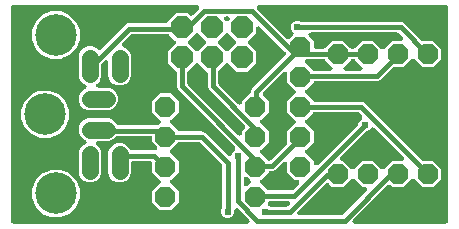
<source format=gtl>
G04 EAGLE Gerber RS-274X export*
G75*
%MOMM*%
%FSLAX34Y34*%
%LPD*%
%INTop Copper*%
%IPPOS*%
%AMOC8*
5,1,8,0,0,1.08239X$1,22.5*%
G01*
%ADD10P,2.034460X8X22.500000*%
%ADD11C,1.408000*%
%ADD12C,3.516000*%
%ADD13P,1.869504X8X112.500000*%
%ADD14P,1.869504X8X22.500000*%
%ADD15P,1.869504X8X292.500000*%
%ADD16C,0.381000*%
%ADD17C,0.609600*%

G36*
X202527Y2542D02*
X202527Y2542D01*
X202536Y2541D01*
X202729Y2562D01*
X202919Y2581D01*
X202927Y2583D01*
X202936Y2584D01*
X203121Y2643D01*
X203304Y2699D01*
X203312Y2703D01*
X203320Y2706D01*
X203488Y2799D01*
X203658Y2891D01*
X203665Y2896D01*
X203672Y2901D01*
X203819Y3025D01*
X203967Y3148D01*
X203973Y3155D01*
X203979Y3161D01*
X204099Y3313D01*
X204219Y3462D01*
X204223Y3470D01*
X204229Y3477D01*
X204317Y3650D01*
X204405Y3819D01*
X204407Y3828D01*
X204411Y3836D01*
X204463Y4022D01*
X204516Y4206D01*
X204517Y4215D01*
X204519Y4224D01*
X204533Y4417D01*
X204549Y4608D01*
X204548Y4616D01*
X204549Y4625D01*
X204524Y4818D01*
X204502Y5007D01*
X204499Y5016D01*
X204498Y5025D01*
X204437Y5207D01*
X204377Y5390D01*
X204373Y5398D01*
X204370Y5406D01*
X204274Y5573D01*
X204179Y5741D01*
X204174Y5748D01*
X204169Y5755D01*
X203955Y6008D01*
X195106Y14857D01*
X195099Y14862D01*
X195094Y14869D01*
X194944Y14989D01*
X194795Y15112D01*
X194787Y15116D01*
X194780Y15121D01*
X194609Y15210D01*
X194439Y15300D01*
X194431Y15303D01*
X194423Y15307D01*
X194237Y15360D01*
X194053Y15415D01*
X194044Y15416D01*
X194036Y15418D01*
X193844Y15434D01*
X193652Y15451D01*
X193643Y15450D01*
X193634Y15451D01*
X193445Y15429D01*
X193252Y15408D01*
X193243Y15405D01*
X193235Y15404D01*
X193053Y15345D01*
X192868Y15286D01*
X192860Y15282D01*
X192852Y15279D01*
X192683Y15184D01*
X192516Y15092D01*
X192509Y15086D01*
X192501Y15081D01*
X192355Y14956D01*
X192209Y14831D01*
X192203Y14824D01*
X192196Y14818D01*
X192079Y14667D01*
X191959Y14515D01*
X191955Y14507D01*
X191950Y14500D01*
X191864Y14327D01*
X191777Y14156D01*
X191774Y14148D01*
X191770Y14140D01*
X191720Y13953D01*
X191669Y13768D01*
X191668Y13760D01*
X191666Y13751D01*
X191639Y13420D01*
X191639Y11488D01*
X190788Y9434D01*
X189216Y7862D01*
X187162Y7011D01*
X184938Y7011D01*
X182884Y7862D01*
X181312Y9434D01*
X180461Y11488D01*
X180461Y13712D01*
X181450Y16098D01*
X181459Y16128D01*
X181473Y16156D01*
X181517Y16321D01*
X181566Y16483D01*
X181569Y16514D01*
X181577Y16544D01*
X181604Y16875D01*
X181604Y51192D01*
X181602Y51219D01*
X181604Y51245D01*
X181582Y51419D01*
X181564Y51593D01*
X181557Y51618D01*
X181553Y51645D01*
X181498Y51811D01*
X181446Y51978D01*
X181433Y52001D01*
X181425Y52027D01*
X181338Y52178D01*
X181254Y52332D01*
X181237Y52352D01*
X181224Y52375D01*
X181009Y52628D01*
X162478Y71159D01*
X162458Y71176D01*
X162440Y71197D01*
X162302Y71304D01*
X162167Y71414D01*
X162143Y71427D01*
X162122Y71443D01*
X161965Y71521D01*
X161811Y71603D01*
X161786Y71611D01*
X161762Y71623D01*
X161592Y71668D01*
X161425Y71718D01*
X161399Y71720D01*
X161373Y71727D01*
X161042Y71754D01*
X145552Y71754D01*
X145525Y71752D01*
X145499Y71754D01*
X145325Y71732D01*
X145151Y71714D01*
X145126Y71707D01*
X145099Y71703D01*
X144934Y71648D01*
X144766Y71596D01*
X144743Y71583D01*
X144718Y71575D01*
X144566Y71488D01*
X144412Y71404D01*
X144392Y71387D01*
X144369Y71374D01*
X144116Y71159D01*
X137893Y64936D01*
X137881Y64923D01*
X137868Y64911D01*
X137754Y64767D01*
X137638Y64625D01*
X137629Y64609D01*
X137618Y64595D01*
X137535Y64431D01*
X137449Y64269D01*
X137444Y64252D01*
X137436Y64236D01*
X137386Y64059D01*
X137334Y63883D01*
X137332Y63865D01*
X137328Y63848D01*
X137314Y63665D01*
X137298Y63482D01*
X137300Y63464D01*
X137298Y63447D01*
X137321Y63265D01*
X137341Y63082D01*
X137347Y63065D01*
X137349Y63047D01*
X137407Y62874D01*
X137463Y62698D01*
X137471Y62682D01*
X137477Y62666D01*
X137569Y62506D01*
X137657Y62346D01*
X137669Y62332D01*
X137678Y62317D01*
X137893Y62064D01*
X144527Y55430D01*
X144527Y46170D01*
X137893Y39536D01*
X137881Y39523D01*
X137868Y39511D01*
X137754Y39367D01*
X137638Y39225D01*
X137629Y39209D01*
X137618Y39195D01*
X137535Y39031D01*
X137449Y38869D01*
X137444Y38852D01*
X137436Y38836D01*
X137386Y38659D01*
X137334Y38483D01*
X137332Y38465D01*
X137328Y38448D01*
X137314Y38265D01*
X137298Y38082D01*
X137300Y38064D01*
X137298Y38047D01*
X137321Y37865D01*
X137341Y37682D01*
X137347Y37665D01*
X137349Y37647D01*
X137407Y37474D01*
X137463Y37298D01*
X137471Y37282D01*
X137477Y37266D01*
X137569Y37106D01*
X137657Y36946D01*
X137669Y36932D01*
X137678Y36917D01*
X137893Y36664D01*
X144527Y30030D01*
X144527Y20770D01*
X137980Y14223D01*
X128720Y14223D01*
X122173Y20770D01*
X122173Y30030D01*
X128807Y36664D01*
X128819Y36678D01*
X128832Y36689D01*
X128946Y36833D01*
X129062Y36975D01*
X129071Y36991D01*
X129082Y37005D01*
X129165Y37169D01*
X129251Y37331D01*
X129256Y37348D01*
X129264Y37364D01*
X129314Y37541D01*
X129366Y37717D01*
X129368Y37735D01*
X129372Y37752D01*
X129386Y37935D01*
X129402Y38118D01*
X129400Y38136D01*
X129402Y38153D01*
X129379Y38335D01*
X129359Y38518D01*
X129354Y38535D01*
X129351Y38553D01*
X129293Y38727D01*
X129237Y38902D01*
X129229Y38918D01*
X129223Y38934D01*
X129131Y39094D01*
X129043Y39254D01*
X129031Y39268D01*
X129022Y39283D01*
X128807Y39536D01*
X122173Y46170D01*
X122173Y53523D01*
X122171Y53541D01*
X122173Y53559D01*
X122152Y53741D01*
X122133Y53924D01*
X122128Y53941D01*
X122126Y53958D01*
X122069Y54133D01*
X122015Y54309D01*
X122007Y54324D01*
X122001Y54341D01*
X121911Y54501D01*
X121823Y54663D01*
X121812Y54676D01*
X121803Y54692D01*
X121683Y54831D01*
X121566Y54972D01*
X121552Y54983D01*
X121540Y54997D01*
X121395Y55109D01*
X121252Y55224D01*
X121236Y55232D01*
X121222Y55243D01*
X121057Y55325D01*
X120895Y55410D01*
X120878Y55415D01*
X120862Y55423D01*
X120683Y55470D01*
X120508Y55521D01*
X120490Y55523D01*
X120473Y55527D01*
X120142Y55554D01*
X106162Y55554D01*
X106144Y55552D01*
X106126Y55554D01*
X105944Y55533D01*
X105761Y55514D01*
X105744Y55509D01*
X105727Y55507D01*
X105552Y55450D01*
X105376Y55396D01*
X105361Y55388D01*
X105344Y55382D01*
X105184Y55292D01*
X105022Y55204D01*
X105009Y55193D01*
X104993Y55184D01*
X104854Y55064D01*
X104713Y54947D01*
X104702Y54933D01*
X104688Y54921D01*
X104576Y54776D01*
X104461Y54633D01*
X104453Y54617D01*
X104442Y54603D01*
X104360Y54438D01*
X104275Y54276D01*
X104270Y54259D01*
X104262Y54243D01*
X104215Y54064D01*
X104164Y53889D01*
X104162Y53871D01*
X104158Y53854D01*
X104131Y53523D01*
X104131Y45014D01*
X102672Y41493D01*
X99977Y38798D01*
X96456Y37339D01*
X92644Y37339D01*
X89123Y38798D01*
X86428Y41493D01*
X84969Y45014D01*
X84969Y62906D01*
X86428Y66427D01*
X89123Y69122D01*
X92644Y70581D01*
X96456Y70581D01*
X99977Y69122D01*
X102672Y66427D01*
X102973Y65700D01*
X102984Y65680D01*
X102991Y65659D01*
X103079Y65503D01*
X103164Y65345D01*
X103178Y65328D01*
X103189Y65308D01*
X103306Y65173D01*
X103420Y65034D01*
X103437Y65020D01*
X103452Y65003D01*
X103593Y64894D01*
X103733Y64781D01*
X103752Y64770D01*
X103770Y64757D01*
X103931Y64677D01*
X104089Y64594D01*
X104111Y64587D01*
X104131Y64577D01*
X104304Y64531D01*
X104476Y64481D01*
X104498Y64479D01*
X104519Y64473D01*
X104850Y64446D01*
X124394Y64446D01*
X124403Y64447D01*
X124412Y64446D01*
X124604Y64467D01*
X124795Y64486D01*
X124803Y64488D01*
X124812Y64489D01*
X124994Y64547D01*
X125180Y64604D01*
X125188Y64608D01*
X125196Y64611D01*
X125364Y64704D01*
X125534Y64796D01*
X125541Y64801D01*
X125548Y64806D01*
X125695Y64930D01*
X125843Y65053D01*
X125849Y65060D01*
X125855Y65066D01*
X125974Y65217D01*
X126095Y65367D01*
X126099Y65375D01*
X126105Y65382D01*
X126193Y65555D01*
X126281Y65724D01*
X126283Y65733D01*
X126287Y65741D01*
X126339Y65927D01*
X126392Y66111D01*
X126393Y66120D01*
X126395Y66129D01*
X126409Y66322D01*
X126425Y66513D01*
X126424Y66521D01*
X126425Y66530D01*
X126400Y66723D01*
X126378Y66912D01*
X126375Y66921D01*
X126374Y66930D01*
X126313Y67113D01*
X126253Y67295D01*
X126249Y67303D01*
X126246Y67311D01*
X126150Y67478D01*
X126055Y67646D01*
X126050Y67653D01*
X126045Y67660D01*
X125830Y67913D01*
X122173Y71570D01*
X122173Y74773D01*
X122171Y74791D01*
X122173Y74809D01*
X122152Y74991D01*
X122133Y75174D01*
X122128Y75191D01*
X122126Y75208D01*
X122069Y75383D01*
X122015Y75559D01*
X122007Y75574D01*
X122001Y75591D01*
X121911Y75751D01*
X121823Y75913D01*
X121812Y75926D01*
X121803Y75942D01*
X121683Y76081D01*
X121566Y76222D01*
X121552Y76233D01*
X121540Y76247D01*
X121395Y76359D01*
X121252Y76474D01*
X121236Y76482D01*
X121222Y76493D01*
X121057Y76575D01*
X120895Y76660D01*
X120878Y76665D01*
X120862Y76673D01*
X120683Y76720D01*
X120508Y76771D01*
X120490Y76773D01*
X120473Y76777D01*
X120142Y76804D01*
X92825Y76804D01*
X92798Y76802D01*
X92772Y76804D01*
X92598Y76782D01*
X92424Y76764D01*
X92399Y76757D01*
X92372Y76753D01*
X92206Y76697D01*
X92039Y76646D01*
X92016Y76633D01*
X91990Y76625D01*
X91839Y76538D01*
X91685Y76454D01*
X91665Y76437D01*
X91642Y76424D01*
X91389Y76209D01*
X89057Y73878D01*
X85536Y72419D01*
X76584Y72419D01*
X76575Y72418D01*
X76566Y72419D01*
X76374Y72398D01*
X76183Y72379D01*
X76175Y72377D01*
X76166Y72376D01*
X75983Y72318D01*
X75798Y72261D01*
X75790Y72257D01*
X75782Y72254D01*
X75613Y72161D01*
X75444Y72069D01*
X75437Y72064D01*
X75430Y72059D01*
X75283Y71935D01*
X75135Y71812D01*
X75129Y71805D01*
X75123Y71799D01*
X75004Y71648D01*
X74883Y71498D01*
X74879Y71490D01*
X74873Y71483D01*
X74785Y71310D01*
X74697Y71141D01*
X74695Y71132D01*
X74691Y71124D01*
X74639Y70938D01*
X74586Y70754D01*
X74585Y70745D01*
X74583Y70736D01*
X74568Y70541D01*
X74553Y70352D01*
X74554Y70344D01*
X74553Y70335D01*
X74578Y70141D01*
X74600Y69953D01*
X74603Y69944D01*
X74604Y69935D01*
X74665Y69752D01*
X74725Y69570D01*
X74729Y69562D01*
X74732Y69554D01*
X74827Y69388D01*
X74923Y69219D01*
X74928Y69212D01*
X74933Y69205D01*
X75147Y68952D01*
X77672Y66427D01*
X79131Y62906D01*
X79131Y45014D01*
X77672Y41493D01*
X74977Y38798D01*
X71456Y37339D01*
X67644Y37339D01*
X64123Y38798D01*
X61428Y41493D01*
X59969Y45014D01*
X59969Y62906D01*
X61428Y66427D01*
X64123Y69122D01*
X65333Y69623D01*
X65341Y69628D01*
X65349Y69630D01*
X65518Y69722D01*
X65688Y69814D01*
X65695Y69819D01*
X65703Y69824D01*
X65850Y69947D01*
X65998Y70070D01*
X66004Y70077D01*
X66011Y70083D01*
X66130Y70232D01*
X66252Y70383D01*
X66256Y70391D01*
X66262Y70397D01*
X66349Y70567D01*
X66439Y70739D01*
X66442Y70748D01*
X66446Y70756D01*
X66498Y70939D01*
X66552Y71125D01*
X66553Y71135D01*
X66555Y71143D01*
X66570Y71334D01*
X66587Y71527D01*
X66586Y71536D01*
X66586Y71544D01*
X66563Y71734D01*
X66542Y71927D01*
X66539Y71935D01*
X66538Y71944D01*
X66478Y72125D01*
X66418Y72310D01*
X66414Y72318D01*
X66411Y72326D01*
X66317Y72491D01*
X66222Y72661D01*
X66216Y72668D01*
X66212Y72676D01*
X66085Y72821D01*
X65960Y72967D01*
X65953Y72973D01*
X65947Y72980D01*
X65796Y73096D01*
X65643Y73216D01*
X65635Y73220D01*
X65628Y73225D01*
X65333Y73377D01*
X64123Y73878D01*
X61428Y76573D01*
X59969Y80094D01*
X59969Y83906D01*
X61428Y87427D01*
X64123Y90122D01*
X67644Y91581D01*
X85536Y91581D01*
X89057Y90122D01*
X91752Y87427D01*
X91950Y86950D01*
X91960Y86930D01*
X91967Y86909D01*
X92056Y86753D01*
X92140Y86595D01*
X92154Y86578D01*
X92165Y86558D01*
X92282Y86422D01*
X92396Y86284D01*
X92414Y86270D01*
X92428Y86253D01*
X92569Y86144D01*
X92709Y86031D01*
X92729Y86020D01*
X92746Y86007D01*
X92907Y85927D01*
X93066Y85844D01*
X93087Y85837D01*
X93107Y85827D01*
X93280Y85781D01*
X93452Y85731D01*
X93474Y85729D01*
X93496Y85723D01*
X93827Y85696D01*
X126198Y85696D01*
X126225Y85698D01*
X126251Y85696D01*
X126425Y85718D01*
X126599Y85736D01*
X126624Y85743D01*
X126651Y85747D01*
X126816Y85802D01*
X126984Y85854D01*
X127007Y85867D01*
X127033Y85875D01*
X127184Y85962D01*
X127338Y86046D01*
X127358Y86063D01*
X127381Y86076D01*
X127634Y86291D01*
X128807Y87464D01*
X128819Y87478D01*
X128832Y87489D01*
X128946Y87633D01*
X129062Y87775D01*
X129071Y87791D01*
X129082Y87805D01*
X129165Y87969D01*
X129251Y88131D01*
X129256Y88148D01*
X129264Y88164D01*
X129314Y88341D01*
X129366Y88517D01*
X129368Y88535D01*
X129372Y88552D01*
X129386Y88735D01*
X129402Y88918D01*
X129400Y88936D01*
X129402Y88953D01*
X129379Y89135D01*
X129359Y89318D01*
X129354Y89335D01*
X129351Y89353D01*
X129293Y89527D01*
X129237Y89702D01*
X129229Y89718D01*
X129223Y89734D01*
X129131Y89894D01*
X129043Y90054D01*
X129031Y90068D01*
X129022Y90083D01*
X128807Y90336D01*
X122173Y96970D01*
X122173Y106230D01*
X128720Y112777D01*
X137980Y112777D01*
X144527Y106230D01*
X144527Y96970D01*
X137893Y90336D01*
X137881Y90323D01*
X137868Y90311D01*
X137754Y90167D01*
X137638Y90025D01*
X137629Y90009D01*
X137618Y89995D01*
X137535Y89831D01*
X137449Y89669D01*
X137444Y89652D01*
X137436Y89636D01*
X137386Y89458D01*
X137334Y89283D01*
X137332Y89265D01*
X137328Y89248D01*
X137314Y89065D01*
X137298Y88882D01*
X137300Y88864D01*
X137298Y88847D01*
X137321Y88665D01*
X137341Y88482D01*
X137347Y88465D01*
X137349Y88447D01*
X137407Y88274D01*
X137463Y88098D01*
X137471Y88082D01*
X137477Y88066D01*
X137569Y87906D01*
X137657Y87746D01*
X137669Y87732D01*
X137678Y87717D01*
X137893Y87464D01*
X144116Y81241D01*
X144136Y81224D01*
X144154Y81203D01*
X144292Y81096D01*
X144427Y80986D01*
X144451Y80973D01*
X144472Y80957D01*
X144629Y80879D01*
X144783Y80797D01*
X144808Y80789D01*
X144832Y80777D01*
X145002Y80732D01*
X145169Y80682D01*
X145195Y80680D01*
X145221Y80673D01*
X145552Y80646D01*
X162047Y80646D01*
X162240Y80665D01*
X162371Y80678D01*
X163262Y80647D01*
X163292Y80649D01*
X163331Y80646D01*
X164184Y80646D01*
X164960Y80293D01*
X164989Y80283D01*
X165024Y80265D01*
X165857Y79920D01*
X165881Y79901D01*
X166176Y79750D01*
X166739Y79517D01*
X167320Y78893D01*
X167344Y78873D01*
X167369Y78843D01*
X185999Y60213D01*
X186009Y60205D01*
X186018Y60194D01*
X186165Y60077D01*
X186311Y59958D01*
X186322Y59952D01*
X186333Y59943D01*
X186500Y59858D01*
X186666Y59769D01*
X186679Y59766D01*
X186691Y59759D01*
X186872Y59708D01*
X187052Y59655D01*
X187066Y59653D01*
X187078Y59650D01*
X187264Y59635D01*
X187453Y59618D01*
X187467Y59620D01*
X187480Y59619D01*
X187664Y59641D01*
X187853Y59662D01*
X187866Y59666D01*
X187879Y59667D01*
X188057Y59726D01*
X188237Y59783D01*
X188249Y59790D01*
X188262Y59794D01*
X188426Y59887D01*
X188590Y59978D01*
X188600Y59987D01*
X188611Y59993D01*
X188754Y60117D01*
X188897Y60238D01*
X188905Y60249D01*
X188915Y60258D01*
X189029Y60407D01*
X189146Y60554D01*
X189152Y60566D01*
X189160Y60577D01*
X189312Y60872D01*
X190262Y63166D01*
X192093Y64997D01*
X192105Y65011D01*
X192118Y65022D01*
X192232Y65166D01*
X192348Y65308D01*
X192357Y65324D01*
X192368Y65338D01*
X192451Y65502D01*
X192537Y65664D01*
X192542Y65681D01*
X192550Y65697D01*
X192599Y65874D01*
X192652Y66050D01*
X192653Y66068D01*
X192658Y66085D01*
X192672Y66268D01*
X192688Y66451D01*
X192686Y66469D01*
X192688Y66487D01*
X192665Y66669D01*
X192645Y66851D01*
X192639Y66868D01*
X192637Y66886D01*
X192579Y67060D01*
X192523Y67235D01*
X192515Y67251D01*
X192509Y67268D01*
X192417Y67426D01*
X192328Y67587D01*
X192317Y67601D01*
X192308Y67617D01*
X192093Y67870D01*
X143731Y116232D01*
X143054Y117866D01*
X143054Y129720D01*
X143052Y129747D01*
X143054Y129774D01*
X143032Y129948D01*
X143014Y130121D01*
X143007Y130147D01*
X143003Y130173D01*
X142948Y130339D01*
X142896Y130506D01*
X142883Y130530D01*
X142875Y130555D01*
X142788Y130707D01*
X142704Y130860D01*
X142687Y130880D01*
X142674Y130904D01*
X142459Y131157D01*
X135386Y138230D01*
X135386Y148120D01*
X141705Y154439D01*
X141716Y154452D01*
X141730Y154464D01*
X141844Y154608D01*
X141960Y154750D01*
X141968Y154766D01*
X141979Y154780D01*
X142063Y154944D01*
X142148Y155106D01*
X142154Y155123D01*
X142162Y155139D01*
X142211Y155316D01*
X142263Y155492D01*
X142265Y155510D01*
X142270Y155527D01*
X142283Y155710D01*
X142300Y155893D01*
X142298Y155911D01*
X142299Y155928D01*
X142276Y156110D01*
X142256Y156293D01*
X142251Y156310D01*
X142249Y156328D01*
X142190Y156501D01*
X142135Y156677D01*
X142126Y156693D01*
X142120Y156709D01*
X142029Y156869D01*
X141940Y157029D01*
X141928Y157043D01*
X141919Y157058D01*
X141705Y157311D01*
X136557Y162459D01*
X136536Y162476D01*
X136519Y162497D01*
X136381Y162604D01*
X136245Y162714D01*
X136222Y162727D01*
X136200Y162743D01*
X136044Y162821D01*
X135890Y162903D01*
X135864Y162911D01*
X135840Y162923D01*
X135671Y162968D01*
X135504Y163018D01*
X135477Y163020D01*
X135451Y163027D01*
X135120Y163054D01*
X105183Y163054D01*
X105156Y163052D01*
X105130Y163054D01*
X104956Y163032D01*
X104782Y163014D01*
X104757Y163007D01*
X104730Y163003D01*
X104565Y162948D01*
X104397Y162896D01*
X104374Y162883D01*
X104348Y162875D01*
X104197Y162788D01*
X104043Y162704D01*
X104023Y162687D01*
X104000Y162674D01*
X103747Y162459D01*
X96832Y155545D01*
X96824Y155534D01*
X96813Y155526D01*
X96696Y155378D01*
X96577Y155233D01*
X96571Y155222D01*
X96562Y155211D01*
X96475Y155041D01*
X96388Y154878D01*
X96385Y154865D01*
X96378Y154853D01*
X96327Y154672D01*
X96274Y154492D01*
X96272Y154478D01*
X96269Y154465D01*
X96254Y154280D01*
X96237Y154091D01*
X96239Y154077D01*
X96238Y154064D01*
X96260Y153879D01*
X96281Y153690D01*
X96285Y153678D01*
X96286Y153664D01*
X96345Y153487D01*
X96402Y153307D01*
X96409Y153295D01*
X96413Y153282D01*
X96506Y153119D01*
X96597Y152954D01*
X96606Y152944D01*
X96612Y152932D01*
X96735Y152791D01*
X96857Y152647D01*
X96868Y152639D01*
X96877Y152629D01*
X97026Y152514D01*
X97173Y152398D01*
X97185Y152392D01*
X97196Y152383D01*
X97491Y152232D01*
X99977Y151202D01*
X102672Y148507D01*
X104131Y144986D01*
X104131Y127094D01*
X102672Y123573D01*
X99977Y120878D01*
X96456Y119419D01*
X92644Y119419D01*
X89123Y120878D01*
X86428Y123573D01*
X84969Y127094D01*
X84969Y138778D01*
X84968Y138787D01*
X84969Y138796D01*
X84948Y138989D01*
X84929Y139179D01*
X84927Y139187D01*
X84926Y139196D01*
X84867Y139381D01*
X84811Y139564D01*
X84807Y139572D01*
X84804Y139580D01*
X84711Y139748D01*
X84619Y139918D01*
X84614Y139925D01*
X84609Y139932D01*
X84485Y140079D01*
X84362Y140227D01*
X84355Y140233D01*
X84349Y140239D01*
X84197Y140359D01*
X84048Y140479D01*
X84040Y140483D01*
X84033Y140489D01*
X83860Y140577D01*
X83691Y140665D01*
X83682Y140667D01*
X83674Y140671D01*
X83488Y140723D01*
X83304Y140776D01*
X83295Y140777D01*
X83286Y140779D01*
X83093Y140793D01*
X82902Y140809D01*
X82894Y140808D01*
X82885Y140809D01*
X82692Y140784D01*
X82503Y140762D01*
X82494Y140759D01*
X82485Y140758D01*
X82303Y140697D01*
X82120Y140637D01*
X82112Y140633D01*
X82104Y140630D01*
X81937Y140534D01*
X81769Y140439D01*
X81762Y140434D01*
X81755Y140429D01*
X81502Y140215D01*
X79726Y138438D01*
X79709Y138418D01*
X79688Y138400D01*
X79581Y138262D01*
X79471Y138127D01*
X79458Y138103D01*
X79442Y138082D01*
X79364Y137925D01*
X79282Y137771D01*
X79274Y137746D01*
X79262Y137722D01*
X79217Y137552D01*
X79167Y137385D01*
X79165Y137359D01*
X79158Y137333D01*
X79131Y137002D01*
X79131Y127094D01*
X77672Y123573D01*
X75147Y121048D01*
X75142Y121041D01*
X75135Y121036D01*
X75015Y120886D01*
X74892Y120737D01*
X74888Y120729D01*
X74883Y120722D01*
X74794Y120552D01*
X74704Y120381D01*
X74701Y120372D01*
X74697Y120365D01*
X74644Y120180D01*
X74589Y119995D01*
X74588Y119986D01*
X74586Y119978D01*
X74570Y119787D01*
X74553Y119594D01*
X74554Y119585D01*
X74553Y119576D01*
X74575Y119387D01*
X74596Y119194D01*
X74599Y119185D01*
X74600Y119177D01*
X74659Y118995D01*
X74718Y118810D01*
X74722Y118802D01*
X74725Y118794D01*
X74820Y118625D01*
X74912Y118458D01*
X74918Y118451D01*
X74923Y118443D01*
X75048Y118297D01*
X75173Y118151D01*
X75180Y118145D01*
X75186Y118138D01*
X75337Y118021D01*
X75489Y117901D01*
X75497Y117897D01*
X75504Y117892D01*
X75676Y117806D01*
X75848Y117719D01*
X75856Y117716D01*
X75864Y117712D01*
X76050Y117662D01*
X76236Y117611D01*
X76244Y117610D01*
X76253Y117608D01*
X76584Y117581D01*
X85536Y117581D01*
X89057Y116122D01*
X91752Y113427D01*
X93211Y109906D01*
X93211Y106094D01*
X91752Y102573D01*
X89057Y99878D01*
X85536Y98419D01*
X67644Y98419D01*
X64123Y99878D01*
X61428Y102573D01*
X59969Y106094D01*
X59969Y109906D01*
X61428Y113427D01*
X64123Y116122D01*
X65333Y116623D01*
X65341Y116628D01*
X65349Y116630D01*
X65518Y116722D01*
X65688Y116814D01*
X65695Y116819D01*
X65703Y116824D01*
X65850Y116947D01*
X65998Y117070D01*
X66004Y117077D01*
X66011Y117083D01*
X66130Y117232D01*
X66252Y117383D01*
X66256Y117391D01*
X66262Y117397D01*
X66349Y117567D01*
X66439Y117739D01*
X66442Y117748D01*
X66446Y117756D01*
X66498Y117939D01*
X66552Y118125D01*
X66553Y118135D01*
X66555Y118143D01*
X66570Y118334D01*
X66587Y118527D01*
X66586Y118536D01*
X66586Y118544D01*
X66563Y118734D01*
X66542Y118927D01*
X66539Y118935D01*
X66538Y118944D01*
X66478Y119125D01*
X66418Y119310D01*
X66414Y119318D01*
X66411Y119326D01*
X66316Y119493D01*
X66222Y119661D01*
X66216Y119668D01*
X66212Y119676D01*
X66085Y119822D01*
X65960Y119967D01*
X65953Y119973D01*
X65947Y119980D01*
X65796Y120096D01*
X65643Y120216D01*
X65635Y120220D01*
X65628Y120225D01*
X65333Y120377D01*
X64123Y120878D01*
X61428Y123573D01*
X59969Y127094D01*
X59969Y144986D01*
X61428Y148507D01*
X64123Y151202D01*
X67644Y152661D01*
X71456Y152661D01*
X74977Y151202D01*
X76010Y150170D01*
X76024Y150158D01*
X76035Y150145D01*
X76179Y150031D01*
X76321Y149914D01*
X76337Y149906D01*
X76351Y149895D01*
X76515Y149811D01*
X76677Y149726D01*
X76694Y149721D01*
X76710Y149713D01*
X76887Y149663D01*
X77063Y149611D01*
X77081Y149609D01*
X77098Y149605D01*
X77281Y149591D01*
X77464Y149575D01*
X77482Y149577D01*
X77499Y149575D01*
X77681Y149598D01*
X77864Y149618D01*
X77881Y149623D01*
X77899Y149626D01*
X78073Y149684D01*
X78248Y149740D01*
X78264Y149748D01*
X78280Y149754D01*
X78440Y149846D01*
X78600Y149934D01*
X78614Y149946D01*
X78629Y149955D01*
X78882Y150170D01*
X98445Y169733D01*
X99982Y171269D01*
X100039Y171292D01*
X100039Y171293D01*
X101616Y171946D01*
X133355Y171946D01*
X133373Y171948D01*
X133391Y171946D01*
X133573Y171967D01*
X133756Y171986D01*
X133773Y171991D01*
X133790Y171993D01*
X133965Y172050D01*
X134141Y172104D01*
X134156Y172112D01*
X134173Y172118D01*
X134333Y172208D01*
X134495Y172296D01*
X134508Y172307D01*
X134524Y172316D01*
X134663Y172436D01*
X134804Y172553D01*
X134815Y172567D01*
X134829Y172579D01*
X134941Y172724D01*
X135056Y172867D01*
X135064Y172883D01*
X135075Y172897D01*
X135157Y173062D01*
X135242Y173224D01*
X135247Y173241D01*
X135255Y173257D01*
X135302Y173436D01*
X135303Y173437D01*
X142380Y180514D01*
X152270Y180514D01*
X153687Y179097D01*
X153701Y179086D01*
X153712Y179072D01*
X153857Y178958D01*
X153999Y178842D01*
X154014Y178833D01*
X154028Y178822D01*
X154192Y178739D01*
X154354Y178653D01*
X154371Y178648D01*
X154387Y178640D01*
X154565Y178591D01*
X154740Y178538D01*
X154758Y178537D01*
X154775Y178532D01*
X154958Y178519D01*
X155141Y178502D01*
X155159Y178504D01*
X155177Y178503D01*
X155359Y178526D01*
X155541Y178545D01*
X155558Y178551D01*
X155576Y178553D01*
X155749Y178611D01*
X155925Y178667D01*
X155941Y178676D01*
X155958Y178681D01*
X156116Y178772D01*
X156278Y178862D01*
X156291Y178873D01*
X156307Y178882D01*
X156560Y179097D01*
X161455Y183992D01*
X161460Y183999D01*
X161467Y184004D01*
X161587Y184154D01*
X161710Y184303D01*
X161714Y184311D01*
X161719Y184318D01*
X161808Y184488D01*
X161898Y184659D01*
X161901Y184668D01*
X161905Y184675D01*
X161958Y184860D01*
X162013Y185045D01*
X162014Y185054D01*
X162016Y185062D01*
X162032Y185254D01*
X162049Y185446D01*
X162048Y185455D01*
X162049Y185464D01*
X162027Y185653D01*
X162006Y185846D01*
X162003Y185855D01*
X162002Y185863D01*
X161943Y186045D01*
X161884Y186230D01*
X161880Y186238D01*
X161877Y186246D01*
X161782Y186415D01*
X161690Y186582D01*
X161684Y186589D01*
X161679Y186597D01*
X161554Y186743D01*
X161429Y186889D01*
X161422Y186895D01*
X161416Y186902D01*
X161265Y187019D01*
X161113Y187139D01*
X161105Y187143D01*
X161098Y187148D01*
X160926Y187234D01*
X160754Y187321D01*
X160746Y187324D01*
X160738Y187328D01*
X160552Y187378D01*
X160366Y187429D01*
X160358Y187430D01*
X160349Y187432D01*
X160018Y187459D01*
X4572Y187459D01*
X4554Y187457D01*
X4536Y187459D01*
X4354Y187438D01*
X4171Y187419D01*
X4154Y187414D01*
X4137Y187412D01*
X3962Y187355D01*
X3786Y187301D01*
X3771Y187293D01*
X3754Y187287D01*
X3594Y187197D01*
X3432Y187109D01*
X3419Y187098D01*
X3403Y187089D01*
X3264Y186969D01*
X3123Y186852D01*
X3112Y186838D01*
X3098Y186826D01*
X2986Y186681D01*
X2871Y186538D01*
X2863Y186522D01*
X2852Y186508D01*
X2770Y186343D01*
X2685Y186181D01*
X2680Y186164D01*
X2672Y186148D01*
X2625Y185969D01*
X2574Y185794D01*
X2572Y185776D01*
X2568Y185759D01*
X2541Y185428D01*
X2541Y4572D01*
X2543Y4554D01*
X2541Y4536D01*
X2562Y4354D01*
X2581Y4171D01*
X2586Y4154D01*
X2588Y4137D01*
X2645Y3962D01*
X2699Y3786D01*
X2707Y3771D01*
X2713Y3754D01*
X2803Y3594D01*
X2891Y3432D01*
X2902Y3419D01*
X2911Y3403D01*
X3031Y3264D01*
X3148Y3123D01*
X3162Y3112D01*
X3174Y3098D01*
X3319Y2986D01*
X3462Y2871D01*
X3478Y2863D01*
X3492Y2852D01*
X3657Y2770D01*
X3819Y2685D01*
X3836Y2680D01*
X3852Y2672D01*
X4031Y2625D01*
X4206Y2574D01*
X4224Y2572D01*
X4241Y2568D01*
X4572Y2541D01*
X202518Y2541D01*
X202527Y2542D01*
G37*
G36*
X370846Y2543D02*
X370846Y2543D01*
X370864Y2541D01*
X371046Y2562D01*
X371229Y2581D01*
X371246Y2586D01*
X371263Y2588D01*
X371438Y2645D01*
X371614Y2699D01*
X371629Y2707D01*
X371646Y2713D01*
X371806Y2803D01*
X371968Y2891D01*
X371981Y2902D01*
X371997Y2911D01*
X372136Y3031D01*
X372277Y3148D01*
X372288Y3162D01*
X372302Y3174D01*
X372414Y3319D01*
X372529Y3462D01*
X372537Y3478D01*
X372548Y3492D01*
X372630Y3657D01*
X372715Y3819D01*
X372720Y3836D01*
X372728Y3852D01*
X372775Y4031D01*
X372826Y4206D01*
X372828Y4224D01*
X372832Y4241D01*
X372859Y4572D01*
X372859Y185428D01*
X372857Y185446D01*
X372859Y185464D01*
X372838Y185646D01*
X372819Y185829D01*
X372814Y185846D01*
X372812Y185863D01*
X372755Y186038D01*
X372701Y186214D01*
X372693Y186229D01*
X372687Y186246D01*
X372597Y186406D01*
X372509Y186568D01*
X372498Y186581D01*
X372489Y186597D01*
X372369Y186736D01*
X372252Y186877D01*
X372238Y186888D01*
X372226Y186902D01*
X372081Y187014D01*
X371938Y187129D01*
X371922Y187137D01*
X371908Y187148D01*
X371743Y187230D01*
X371581Y187315D01*
X371564Y187320D01*
X371548Y187328D01*
X371369Y187375D01*
X371194Y187426D01*
X371176Y187428D01*
X371159Y187432D01*
X370828Y187459D01*
X212482Y187459D01*
X212473Y187458D01*
X212464Y187459D01*
X212271Y187438D01*
X212081Y187419D01*
X212073Y187417D01*
X212064Y187416D01*
X211879Y187357D01*
X211696Y187301D01*
X211688Y187297D01*
X211680Y187294D01*
X211512Y187201D01*
X211342Y187109D01*
X211335Y187104D01*
X211328Y187099D01*
X211181Y186975D01*
X211033Y186852D01*
X211027Y186845D01*
X211021Y186839D01*
X210901Y186687D01*
X210781Y186538D01*
X210777Y186530D01*
X210771Y186523D01*
X210683Y186350D01*
X210595Y186181D01*
X210593Y186172D01*
X210589Y186164D01*
X210537Y185978D01*
X210484Y185794D01*
X210483Y185785D01*
X210481Y185776D01*
X210467Y185583D01*
X210451Y185392D01*
X210452Y185384D01*
X210451Y185375D01*
X210476Y185182D01*
X210498Y184993D01*
X210501Y184984D01*
X210502Y184975D01*
X210563Y184793D01*
X210623Y184610D01*
X210627Y184602D01*
X210630Y184594D01*
X210727Y184425D01*
X210821Y184259D01*
X210826Y184252D01*
X210831Y184245D01*
X211045Y183992D01*
X235804Y159233D01*
X235818Y159222D01*
X235830Y159208D01*
X235974Y159094D01*
X236116Y158978D01*
X236131Y158970D01*
X236145Y158959D01*
X236310Y158875D01*
X236471Y158789D01*
X236488Y158784D01*
X236504Y158776D01*
X236682Y158727D01*
X236857Y158675D01*
X236875Y158673D01*
X236892Y158668D01*
X237075Y158655D01*
X237258Y158638D01*
X237276Y158640D01*
X237294Y158639D01*
X237476Y158662D01*
X237659Y158682D01*
X237676Y158687D01*
X237693Y158689D01*
X237867Y158747D01*
X238042Y158803D01*
X238058Y158812D01*
X238075Y158817D01*
X238234Y158909D01*
X238395Y158998D01*
X238408Y159009D01*
X238424Y159018D01*
X238677Y159233D01*
X241209Y161765D01*
X241220Y161779D01*
X241234Y161790D01*
X241347Y161934D01*
X241464Y162076D01*
X241472Y162092D01*
X241483Y162106D01*
X241566Y162270D01*
X241652Y162432D01*
X241657Y162449D01*
X241666Y162465D01*
X241715Y162642D01*
X241767Y162818D01*
X241769Y162836D01*
X241774Y162853D01*
X241787Y163036D01*
X241804Y163219D01*
X241802Y163237D01*
X241803Y163255D01*
X241780Y163437D01*
X241760Y163619D01*
X241755Y163636D01*
X241753Y163654D01*
X241694Y163828D01*
X241639Y164003D01*
X241630Y164019D01*
X241624Y164036D01*
X241533Y164195D01*
X241444Y164356D01*
X241432Y164369D01*
X241423Y164385D01*
X241209Y164638D01*
X240262Y165584D01*
X239411Y167638D01*
X239411Y169862D01*
X240262Y171916D01*
X241834Y173488D01*
X243888Y174339D01*
X246112Y174339D01*
X248498Y173350D01*
X248528Y173341D01*
X248556Y173327D01*
X248721Y173283D01*
X248883Y173234D01*
X248914Y173231D01*
X248944Y173223D01*
X249275Y173196D01*
X333384Y173196D01*
X335018Y172519D01*
X349716Y157822D01*
X349736Y157805D01*
X349754Y157784D01*
X349892Y157677D01*
X350027Y157567D01*
X350051Y157554D01*
X350072Y157538D01*
X350229Y157460D01*
X350383Y157378D01*
X350408Y157370D01*
X350432Y157358D01*
X350602Y157313D01*
X350769Y157263D01*
X350795Y157261D01*
X350821Y157254D01*
X351152Y157227D01*
X360230Y157227D01*
X366777Y150680D01*
X366777Y141420D01*
X360230Y134873D01*
X350970Y134873D01*
X344336Y141507D01*
X344322Y141519D01*
X344311Y141532D01*
X344167Y141646D01*
X344025Y141762D01*
X344009Y141771D01*
X343995Y141782D01*
X343831Y141865D01*
X343669Y141951D01*
X343652Y141956D01*
X343636Y141964D01*
X343459Y142014D01*
X343283Y142066D01*
X343265Y142068D01*
X343248Y142072D01*
X343065Y142086D01*
X342882Y142102D01*
X342864Y142100D01*
X342847Y142102D01*
X342665Y142079D01*
X342482Y142059D01*
X342465Y142054D01*
X342447Y142051D01*
X342273Y141993D01*
X342098Y141937D01*
X342082Y141929D01*
X342066Y141923D01*
X341906Y141831D01*
X341746Y141743D01*
X341732Y141731D01*
X341717Y141722D01*
X341464Y141507D01*
X334830Y134873D01*
X327002Y134873D01*
X326975Y134871D01*
X326949Y134873D01*
X326775Y134851D01*
X326601Y134833D01*
X326576Y134826D01*
X326549Y134822D01*
X326383Y134767D01*
X326216Y134715D01*
X326193Y134702D01*
X326167Y134694D01*
X326016Y134607D01*
X325862Y134523D01*
X325842Y134506D01*
X325819Y134493D01*
X325566Y134278D01*
X315018Y123731D01*
X313384Y123054D01*
X260352Y123054D01*
X260325Y123052D01*
X260299Y123054D01*
X260125Y123032D01*
X259951Y123014D01*
X259926Y123007D01*
X259899Y123003D01*
X259733Y122947D01*
X259566Y122896D01*
X259543Y122883D01*
X259517Y122875D01*
X259366Y122788D01*
X259212Y122704D01*
X259192Y122687D01*
X259169Y122674D01*
X258916Y122459D01*
X252193Y115736D01*
X252181Y115722D01*
X252168Y115711D01*
X252054Y115567D01*
X251938Y115425D01*
X251929Y115409D01*
X251918Y115395D01*
X251835Y115231D01*
X251749Y115069D01*
X251744Y115052D01*
X251736Y115036D01*
X251686Y114859D01*
X251634Y114683D01*
X251632Y114665D01*
X251628Y114648D01*
X251614Y114465D01*
X251598Y114282D01*
X251600Y114264D01*
X251598Y114247D01*
X251621Y114065D01*
X251641Y113882D01*
X251647Y113865D01*
X251649Y113847D01*
X251707Y113673D01*
X251763Y113498D01*
X251771Y113482D01*
X251777Y113466D01*
X251869Y113306D01*
X251957Y113146D01*
X251969Y113132D01*
X251978Y113117D01*
X252193Y112864D01*
X258766Y106291D01*
X258786Y106274D01*
X258804Y106253D01*
X258942Y106146D01*
X259077Y106036D01*
X259101Y106023D01*
X259122Y106007D01*
X259279Y105929D01*
X259433Y105847D01*
X259458Y105839D01*
X259482Y105827D01*
X259652Y105782D01*
X259819Y105732D01*
X259845Y105730D01*
X259871Y105723D01*
X260202Y105696D01*
X299634Y105696D01*
X301268Y105019D01*
X350066Y56222D01*
X350086Y56205D01*
X350104Y56184D01*
X350242Y56077D01*
X350377Y55967D01*
X350401Y55954D01*
X350422Y55938D01*
X350579Y55860D01*
X350733Y55778D01*
X350758Y55770D01*
X350782Y55758D01*
X350952Y55713D01*
X351119Y55663D01*
X351145Y55661D01*
X351171Y55654D01*
X351502Y55627D01*
X360230Y55627D01*
X366777Y49080D01*
X366777Y39820D01*
X360230Y33273D01*
X350970Y33273D01*
X344336Y39907D01*
X344323Y39919D01*
X344311Y39932D01*
X344167Y40046D01*
X344025Y40162D01*
X344009Y40171D01*
X343995Y40182D01*
X343831Y40265D01*
X343669Y40351D01*
X343652Y40356D01*
X343636Y40364D01*
X343459Y40414D01*
X343283Y40466D01*
X343265Y40468D01*
X343248Y40472D01*
X343065Y40486D01*
X342882Y40502D01*
X342864Y40500D01*
X342847Y40502D01*
X342665Y40479D01*
X342482Y40459D01*
X342465Y40453D01*
X342447Y40451D01*
X342274Y40393D01*
X342098Y40337D01*
X342082Y40329D01*
X342066Y40323D01*
X341906Y40231D01*
X341746Y40143D01*
X341732Y40131D01*
X341717Y40122D01*
X341464Y39907D01*
X334830Y33273D01*
X325570Y33273D01*
X324002Y34842D01*
X323988Y34853D01*
X323976Y34867D01*
X323832Y34981D01*
X323690Y35097D01*
X323675Y35105D01*
X323660Y35116D01*
X323496Y35200D01*
X323335Y35286D01*
X323318Y35291D01*
X323302Y35299D01*
X323124Y35348D01*
X322949Y35400D01*
X322931Y35402D01*
X322914Y35407D01*
X322730Y35420D01*
X322548Y35437D01*
X322530Y35435D01*
X322512Y35436D01*
X322330Y35413D01*
X322147Y35393D01*
X322130Y35388D01*
X322113Y35386D01*
X321939Y35328D01*
X321764Y35272D01*
X321748Y35263D01*
X321731Y35258D01*
X321572Y35166D01*
X321411Y35077D01*
X321398Y35066D01*
X321382Y35057D01*
X321129Y34842D01*
X292295Y6008D01*
X292290Y6001D01*
X292283Y5996D01*
X292163Y5846D01*
X292040Y5697D01*
X292036Y5689D01*
X292031Y5682D01*
X291942Y5511D01*
X291852Y5341D01*
X291849Y5333D01*
X291845Y5325D01*
X291792Y5139D01*
X291737Y4955D01*
X291736Y4946D01*
X291734Y4938D01*
X291718Y4746D01*
X291701Y4554D01*
X291702Y4545D01*
X291701Y4536D01*
X291723Y4347D01*
X291744Y4154D01*
X291747Y4145D01*
X291748Y4137D01*
X291807Y3955D01*
X291866Y3770D01*
X291870Y3762D01*
X291873Y3754D01*
X291968Y3585D01*
X292060Y3418D01*
X292066Y3411D01*
X292071Y3403D01*
X292196Y3257D01*
X292321Y3111D01*
X292328Y3105D01*
X292334Y3098D01*
X292485Y2981D01*
X292637Y2861D01*
X292645Y2857D01*
X292652Y2852D01*
X292824Y2766D01*
X292996Y2679D01*
X293004Y2676D01*
X293012Y2672D01*
X293199Y2622D01*
X293384Y2571D01*
X293392Y2570D01*
X293401Y2568D01*
X293732Y2541D01*
X370828Y2541D01*
X370846Y2543D01*
G37*
G36*
X196369Y103288D02*
X196369Y103288D01*
X196378Y103287D01*
X196567Y103309D01*
X196760Y103330D01*
X196769Y103333D01*
X196777Y103334D01*
X196959Y103393D01*
X197144Y103452D01*
X197152Y103456D01*
X197160Y103459D01*
X197329Y103554D01*
X197496Y103646D01*
X197503Y103652D01*
X197511Y103657D01*
X197657Y103782D01*
X197803Y103907D01*
X197809Y103914D01*
X197816Y103920D01*
X197933Y104071D01*
X198053Y104223D01*
X198057Y104231D01*
X198062Y104238D01*
X198148Y104410D01*
X198235Y104582D01*
X198238Y104590D01*
X198242Y104598D01*
X198292Y104785D01*
X198343Y104970D01*
X198344Y104978D01*
X198346Y104987D01*
X198373Y105318D01*
X198373Y106230D01*
X204959Y112816D01*
X204976Y112836D01*
X204997Y112854D01*
X205104Y112992D01*
X205214Y113127D01*
X205227Y113151D01*
X205243Y113172D01*
X205321Y113329D01*
X205403Y113483D01*
X205411Y113508D01*
X205423Y113532D01*
X205468Y113702D01*
X205518Y113869D01*
X205520Y113889D01*
X205521Y113894D01*
X205522Y113901D01*
X205527Y113921D01*
X205554Y114252D01*
X205554Y114634D01*
X206231Y116268D01*
X234776Y144814D01*
X234788Y144827D01*
X234801Y144839D01*
X234915Y144983D01*
X235032Y145125D01*
X235040Y145141D01*
X235051Y145155D01*
X235135Y145319D01*
X235220Y145481D01*
X235225Y145498D01*
X235233Y145514D01*
X235283Y145691D01*
X235335Y145867D01*
X235337Y145885D01*
X235341Y145902D01*
X235355Y146085D01*
X235371Y146268D01*
X235369Y146286D01*
X235371Y146303D01*
X235348Y146485D01*
X235328Y146668D01*
X235323Y146685D01*
X235320Y146703D01*
X235262Y146876D01*
X235206Y147052D01*
X235198Y147068D01*
X235192Y147084D01*
X235100Y147244D01*
X235012Y147404D01*
X235000Y147418D01*
X234991Y147433D01*
X234776Y147686D01*
X213531Y168932D01*
X213524Y168937D01*
X213519Y168944D01*
X213370Y169063D01*
X213220Y169187D01*
X213212Y169191D01*
X213205Y169196D01*
X213034Y169285D01*
X212864Y169375D01*
X212856Y169378D01*
X212848Y169382D01*
X212662Y169435D01*
X212478Y169490D01*
X212469Y169491D01*
X212461Y169493D01*
X212269Y169509D01*
X212077Y169526D01*
X212068Y169525D01*
X212059Y169526D01*
X211870Y169504D01*
X211677Y169483D01*
X211668Y169480D01*
X211660Y169479D01*
X211478Y169420D01*
X211293Y169361D01*
X211285Y169357D01*
X211277Y169354D01*
X211108Y169259D01*
X210941Y169167D01*
X210934Y169161D01*
X210926Y169156D01*
X210780Y169031D01*
X210634Y168906D01*
X210628Y168899D01*
X210621Y168893D01*
X210504Y168742D01*
X210384Y168590D01*
X210380Y168582D01*
X210375Y168575D01*
X210289Y168403D01*
X210202Y168231D01*
X210199Y168223D01*
X210195Y168215D01*
X210145Y168028D01*
X210094Y167843D01*
X210093Y167835D01*
X210091Y167826D01*
X210064Y167495D01*
X210064Y163630D01*
X203745Y157311D01*
X203734Y157297D01*
X203720Y157286D01*
X203607Y157142D01*
X203490Y157000D01*
X203482Y156984D01*
X203471Y156970D01*
X203387Y156806D01*
X203302Y156644D01*
X203296Y156627D01*
X203288Y156611D01*
X203239Y156434D01*
X203187Y156258D01*
X203185Y156240D01*
X203180Y156223D01*
X203167Y156040D01*
X203150Y155857D01*
X203152Y155839D01*
X203151Y155822D01*
X203174Y155640D01*
X203194Y155457D01*
X203199Y155440D01*
X203201Y155422D01*
X203260Y155248D01*
X203315Y155073D01*
X203324Y155057D01*
X203330Y155041D01*
X203421Y154881D01*
X203510Y154721D01*
X203522Y154707D01*
X203531Y154692D01*
X203745Y154439D01*
X210064Y148120D01*
X210064Y138230D01*
X203070Y131236D01*
X193180Y131236D01*
X186861Y137555D01*
X186847Y137566D01*
X186836Y137580D01*
X186692Y137693D01*
X186550Y137810D01*
X186534Y137818D01*
X186520Y137829D01*
X186356Y137913D01*
X186194Y137998D01*
X186177Y138004D01*
X186161Y138012D01*
X185984Y138061D01*
X185808Y138113D01*
X185790Y138115D01*
X185773Y138120D01*
X185590Y138133D01*
X185407Y138150D01*
X185389Y138148D01*
X185372Y138149D01*
X185190Y138126D01*
X185007Y138106D01*
X184990Y138101D01*
X184972Y138099D01*
X184798Y138040D01*
X184623Y137985D01*
X184607Y137976D01*
X184591Y137970D01*
X184431Y137879D01*
X184271Y137790D01*
X184257Y137778D01*
X184242Y137769D01*
X183989Y137555D01*
X178791Y132357D01*
X178774Y132336D01*
X178753Y132319D01*
X178647Y132181D01*
X178536Y132045D01*
X178523Y132022D01*
X178507Y132000D01*
X178429Y131844D01*
X178347Y131690D01*
X178339Y131664D01*
X178327Y131640D01*
X178282Y131471D01*
X178232Y131304D01*
X178230Y131277D01*
X178223Y131251D01*
X178196Y130920D01*
X178196Y121433D01*
X178198Y121406D01*
X178196Y121380D01*
X178218Y121206D01*
X178236Y121032D01*
X178243Y121007D01*
X178247Y120980D01*
X178302Y120814D01*
X178354Y120647D01*
X178367Y120624D01*
X178375Y120598D01*
X178462Y120447D01*
X178546Y120293D01*
X178563Y120273D01*
X178576Y120250D01*
X178791Y119997D01*
X194906Y103881D01*
X194913Y103876D01*
X194918Y103869D01*
X195068Y103749D01*
X195217Y103626D01*
X195225Y103622D01*
X195232Y103617D01*
X195402Y103528D01*
X195573Y103438D01*
X195582Y103435D01*
X195589Y103431D01*
X195774Y103378D01*
X195959Y103323D01*
X195968Y103322D01*
X195976Y103320D01*
X196168Y103304D01*
X196360Y103287D01*
X196369Y103288D01*
G37*
%LPC*%
G36*
X36548Y7879D02*
X36548Y7879D01*
X29153Y10942D01*
X23492Y16603D01*
X20429Y23998D01*
X20429Y32002D01*
X23492Y39397D01*
X29153Y45058D01*
X29871Y45355D01*
X34774Y47386D01*
X34775Y47386D01*
X36548Y48121D01*
X44552Y48121D01*
X51947Y45058D01*
X57608Y39397D01*
X60671Y32002D01*
X60671Y23998D01*
X57608Y16603D01*
X51947Y10942D01*
X44552Y7879D01*
X36548Y7879D01*
G37*
%LPD*%
%LPC*%
G36*
X27548Y74879D02*
X27548Y74879D01*
X20153Y77942D01*
X14492Y83603D01*
X11429Y90998D01*
X11429Y99002D01*
X14492Y106397D01*
X20153Y112058D01*
X25850Y114417D01*
X25850Y114418D01*
X27548Y115121D01*
X35552Y115121D01*
X42947Y112058D01*
X48608Y106397D01*
X51671Y99002D01*
X51671Y90998D01*
X48608Y83603D01*
X42947Y77942D01*
X35552Y74879D01*
X27548Y74879D01*
G37*
%LPD*%
%LPC*%
G36*
X36548Y141879D02*
X36548Y141879D01*
X29153Y144942D01*
X23492Y150603D01*
X20429Y157998D01*
X20429Y166002D01*
X23492Y173397D01*
X29153Y179058D01*
X36548Y182121D01*
X44552Y182121D01*
X51947Y179058D01*
X57608Y173397D01*
X60671Y166002D01*
X60671Y157998D01*
X57608Y150603D01*
X51947Y144942D01*
X46145Y142539D01*
X44552Y141879D01*
X36548Y141879D01*
G37*
%LPD*%
G36*
X221220Y55815D02*
X221220Y55815D01*
X221238Y55814D01*
X221420Y55837D01*
X221603Y55857D01*
X221620Y55862D01*
X221637Y55864D01*
X221811Y55922D01*
X221986Y55978D01*
X222002Y55987D01*
X222019Y55992D01*
X222178Y56084D01*
X222339Y56173D01*
X222352Y56184D01*
X222368Y56193D01*
X222621Y56408D01*
X235878Y69666D01*
X235895Y69686D01*
X235916Y69704D01*
X236023Y69842D01*
X236133Y69977D01*
X236146Y70001D01*
X236162Y70022D01*
X236240Y70179D01*
X236322Y70333D01*
X236330Y70358D01*
X236342Y70382D01*
X236387Y70552D01*
X236437Y70719D01*
X236439Y70745D01*
X236446Y70771D01*
X236473Y71102D01*
X236473Y80830D01*
X243107Y87464D01*
X243119Y87477D01*
X243132Y87489D01*
X243246Y87633D01*
X243362Y87775D01*
X243371Y87791D01*
X243382Y87805D01*
X243465Y87969D01*
X243551Y88131D01*
X243556Y88148D01*
X243564Y88164D01*
X243614Y88341D01*
X243666Y88517D01*
X243668Y88535D01*
X243672Y88552D01*
X243686Y88735D01*
X243702Y88918D01*
X243700Y88936D01*
X243702Y88953D01*
X243679Y89135D01*
X243659Y89318D01*
X243653Y89335D01*
X243651Y89353D01*
X243593Y89526D01*
X243537Y89702D01*
X243529Y89718D01*
X243523Y89734D01*
X243431Y89894D01*
X243343Y90054D01*
X243331Y90068D01*
X243322Y90083D01*
X243107Y90336D01*
X236473Y96970D01*
X236473Y106230D01*
X243107Y112864D01*
X243119Y112877D01*
X243132Y112889D01*
X243246Y113033D01*
X243362Y113175D01*
X243371Y113191D01*
X243382Y113205D01*
X243465Y113369D01*
X243551Y113531D01*
X243556Y113548D01*
X243564Y113564D01*
X243614Y113741D01*
X243666Y113917D01*
X243668Y113935D01*
X243672Y113952D01*
X243686Y114135D01*
X243702Y114318D01*
X243700Y114336D01*
X243702Y114353D01*
X243679Y114535D01*
X243659Y114718D01*
X243653Y114735D01*
X243651Y114753D01*
X243593Y114926D01*
X243537Y115102D01*
X243529Y115118D01*
X243523Y115134D01*
X243431Y115294D01*
X243343Y115454D01*
X243331Y115468D01*
X243322Y115483D01*
X243107Y115736D01*
X236473Y122370D01*
X236473Y129032D01*
X236472Y129041D01*
X236473Y129050D01*
X236452Y129243D01*
X236433Y129433D01*
X236431Y129441D01*
X236430Y129450D01*
X236371Y129635D01*
X236315Y129818D01*
X236311Y129826D01*
X236308Y129834D01*
X236215Y130002D01*
X236123Y130172D01*
X236118Y130179D01*
X236113Y130186D01*
X235989Y130333D01*
X235866Y130481D01*
X235859Y130487D01*
X235853Y130493D01*
X235701Y130613D01*
X235552Y130733D01*
X235544Y130737D01*
X235537Y130743D01*
X235364Y130831D01*
X235195Y130919D01*
X235186Y130921D01*
X235178Y130925D01*
X234992Y130977D01*
X234808Y131030D01*
X234799Y131031D01*
X234790Y131033D01*
X234597Y131047D01*
X234406Y131063D01*
X234398Y131062D01*
X234389Y131063D01*
X234196Y131038D01*
X234007Y131016D01*
X233998Y131013D01*
X233989Y131012D01*
X233807Y130951D01*
X233624Y130891D01*
X233616Y130887D01*
X233608Y130884D01*
X233441Y130788D01*
X233273Y130693D01*
X233266Y130688D01*
X233259Y130683D01*
X233006Y130469D01*
X216183Y113646D01*
X216172Y113632D01*
X216158Y113621D01*
X216044Y113476D01*
X215928Y113334D01*
X215920Y113319D01*
X215909Y113305D01*
X215825Y113140D01*
X215739Y112979D01*
X215734Y112962D01*
X215726Y112946D01*
X215677Y112768D01*
X215625Y112593D01*
X215623Y112575D01*
X215618Y112558D01*
X215605Y112375D01*
X215588Y112192D01*
X215590Y112174D01*
X215589Y112156D01*
X215612Y111974D01*
X215632Y111792D01*
X215637Y111774D01*
X215639Y111757D01*
X215697Y111583D01*
X215753Y111408D01*
X215762Y111392D01*
X215767Y111375D01*
X215859Y111216D01*
X215948Y111055D01*
X215959Y111042D01*
X215968Y111026D01*
X216183Y110773D01*
X220727Y106230D01*
X220727Y96970D01*
X214093Y90336D01*
X214081Y90322D01*
X214068Y90311D01*
X213954Y90167D01*
X213838Y90025D01*
X213829Y90009D01*
X213818Y89995D01*
X213735Y89831D01*
X213649Y89669D01*
X213644Y89652D01*
X213636Y89636D01*
X213586Y89458D01*
X213534Y89283D01*
X213532Y89265D01*
X213528Y89248D01*
X213514Y89065D01*
X213498Y88882D01*
X213500Y88864D01*
X213498Y88847D01*
X213521Y88665D01*
X213541Y88482D01*
X213546Y88465D01*
X213549Y88447D01*
X213607Y88273D01*
X213663Y88098D01*
X213671Y88082D01*
X213677Y88066D01*
X213769Y87906D01*
X213857Y87746D01*
X213869Y87732D01*
X213878Y87717D01*
X214093Y87464D01*
X220727Y80830D01*
X220727Y71570D01*
X214093Y64936D01*
X214081Y64922D01*
X214068Y64911D01*
X213954Y64767D01*
X213838Y64625D01*
X213829Y64609D01*
X213818Y64595D01*
X213735Y64431D01*
X213649Y64269D01*
X213644Y64252D01*
X213636Y64236D01*
X213586Y64059D01*
X213534Y63883D01*
X213532Y63865D01*
X213528Y63848D01*
X213514Y63665D01*
X213498Y63482D01*
X213500Y63464D01*
X213498Y63447D01*
X213521Y63265D01*
X213541Y63082D01*
X213547Y63065D01*
X213549Y63047D01*
X213607Y62874D01*
X213663Y62698D01*
X213671Y62682D01*
X213677Y62666D01*
X213769Y62506D01*
X213857Y62346D01*
X213869Y62332D01*
X213878Y62317D01*
X214093Y62064D01*
X219748Y56408D01*
X219762Y56397D01*
X219774Y56383D01*
X219918Y56269D01*
X220060Y56153D01*
X220075Y56145D01*
X220089Y56134D01*
X220254Y56050D01*
X220415Y55964D01*
X220432Y55959D01*
X220448Y55951D01*
X220626Y55902D01*
X220801Y55850D01*
X220819Y55848D01*
X220836Y55843D01*
X221019Y55830D01*
X221202Y55813D01*
X221220Y55815D01*
G37*
G36*
X260902Y51738D02*
X260902Y51738D01*
X260911Y51737D01*
X261104Y51762D01*
X261293Y51784D01*
X261302Y51787D01*
X261311Y51788D01*
X261493Y51849D01*
X261676Y51909D01*
X261684Y51913D01*
X261692Y51916D01*
X261859Y52012D01*
X262027Y52107D01*
X262034Y52112D01*
X262041Y52117D01*
X262294Y52331D01*
X296333Y86371D01*
X296353Y86395D01*
X296377Y86415D01*
X296481Y86550D01*
X296588Y86682D01*
X296603Y86710D01*
X296622Y86734D01*
X296774Y87030D01*
X297762Y89416D01*
X299593Y91247D01*
X299605Y91261D01*
X299618Y91272D01*
X299732Y91417D01*
X299848Y91558D01*
X299857Y91574D01*
X299868Y91588D01*
X299951Y91752D01*
X300037Y91914D01*
X300042Y91931D01*
X300050Y91947D01*
X300099Y92124D01*
X300152Y92300D01*
X300153Y92318D01*
X300158Y92335D01*
X300172Y92518D01*
X300188Y92701D01*
X300186Y92719D01*
X300188Y92737D01*
X300165Y92919D01*
X300145Y93101D01*
X300139Y93118D01*
X300137Y93136D01*
X300079Y93310D01*
X300023Y93485D01*
X300015Y93501D01*
X300009Y93518D01*
X299918Y93676D01*
X299828Y93837D01*
X299817Y93851D01*
X299808Y93867D01*
X299593Y94120D01*
X297503Y96209D01*
X297483Y96226D01*
X297465Y96247D01*
X297327Y96353D01*
X297192Y96464D01*
X297168Y96477D01*
X297147Y96493D01*
X296991Y96571D01*
X296836Y96653D01*
X296811Y96661D01*
X296787Y96673D01*
X296618Y96718D01*
X296450Y96768D01*
X296424Y96770D01*
X296398Y96777D01*
X296067Y96804D01*
X259502Y96804D01*
X259475Y96802D01*
X259449Y96804D01*
X259275Y96782D01*
X259101Y96764D01*
X259076Y96757D01*
X259049Y96753D01*
X258884Y96698D01*
X258716Y96646D01*
X258693Y96633D01*
X258667Y96625D01*
X258516Y96538D01*
X258362Y96454D01*
X258342Y96437D01*
X258319Y96424D01*
X258066Y96209D01*
X252193Y90336D01*
X252181Y90322D01*
X252168Y90311D01*
X252054Y90167D01*
X251938Y90025D01*
X251929Y90009D01*
X251918Y89995D01*
X251835Y89831D01*
X251749Y89669D01*
X251744Y89652D01*
X251736Y89636D01*
X251686Y89458D01*
X251634Y89283D01*
X251632Y89265D01*
X251628Y89248D01*
X251614Y89065D01*
X251598Y88882D01*
X251600Y88864D01*
X251598Y88847D01*
X251621Y88665D01*
X251641Y88482D01*
X251646Y88465D01*
X251649Y88447D01*
X251707Y88273D01*
X251763Y88098D01*
X251771Y88082D01*
X251777Y88066D01*
X251869Y87906D01*
X251957Y87746D01*
X251969Y87732D01*
X251978Y87717D01*
X252193Y87464D01*
X258827Y80830D01*
X258827Y71570D01*
X252193Y64936D01*
X252181Y64922D01*
X252168Y64911D01*
X252054Y64767D01*
X251938Y64625D01*
X251929Y64609D01*
X251918Y64595D01*
X251835Y64431D01*
X251749Y64269D01*
X251744Y64252D01*
X251736Y64236D01*
X251686Y64059D01*
X251634Y63883D01*
X251632Y63865D01*
X251628Y63848D01*
X251614Y63665D01*
X251598Y63482D01*
X251600Y63464D01*
X251598Y63447D01*
X251621Y63265D01*
X251641Y63082D01*
X251646Y63065D01*
X251649Y63047D01*
X251707Y62873D01*
X251763Y62698D01*
X251771Y62682D01*
X251777Y62666D01*
X251869Y62506D01*
X251957Y62346D01*
X251969Y62332D01*
X251978Y62317D01*
X252193Y62064D01*
X258827Y55430D01*
X258827Y53768D01*
X258828Y53759D01*
X258827Y53750D01*
X258848Y53557D01*
X258867Y53367D01*
X258869Y53359D01*
X258870Y53350D01*
X258929Y53164D01*
X258985Y52982D01*
X258989Y52974D01*
X258992Y52966D01*
X259085Y52798D01*
X259177Y52628D01*
X259182Y52621D01*
X259187Y52614D01*
X259311Y52467D01*
X259434Y52319D01*
X259441Y52313D01*
X259447Y52307D01*
X259599Y52187D01*
X259748Y52067D01*
X259756Y52063D01*
X259763Y52057D01*
X259936Y51969D01*
X260105Y51881D01*
X260114Y51879D01*
X260122Y51875D01*
X260308Y51823D01*
X260492Y51770D01*
X260501Y51769D01*
X260510Y51767D01*
X260703Y51753D01*
X260894Y51737D01*
X260902Y51738D01*
G37*
G36*
X282344Y9448D02*
X282344Y9448D01*
X282370Y9446D01*
X282544Y9468D01*
X282718Y9486D01*
X282743Y9493D01*
X282770Y9497D01*
X282936Y9552D01*
X283103Y9604D01*
X283126Y9617D01*
X283152Y9625D01*
X283303Y9712D01*
X283457Y9796D01*
X283477Y9813D01*
X283500Y9826D01*
X283753Y10041D01*
X303519Y29806D01*
X303524Y29813D01*
X303531Y29818D01*
X303651Y29968D01*
X303774Y30117D01*
X303778Y30125D01*
X303783Y30132D01*
X303872Y30302D01*
X303962Y30473D01*
X303965Y30482D01*
X303969Y30489D01*
X304022Y30674D01*
X304077Y30859D01*
X304078Y30868D01*
X304080Y30876D01*
X304096Y31068D01*
X304113Y31260D01*
X304112Y31269D01*
X304113Y31278D01*
X304091Y31467D01*
X304070Y31660D01*
X304067Y31669D01*
X304066Y31677D01*
X304007Y31859D01*
X303948Y32044D01*
X303944Y32052D01*
X303941Y32060D01*
X303846Y32229D01*
X303754Y32396D01*
X303748Y32403D01*
X303743Y32411D01*
X303618Y32557D01*
X303493Y32703D01*
X303486Y32709D01*
X303480Y32716D01*
X303329Y32833D01*
X303177Y32953D01*
X303169Y32957D01*
X303162Y32962D01*
X302990Y33048D01*
X302818Y33135D01*
X302810Y33138D01*
X302802Y33142D01*
X302615Y33192D01*
X302430Y33243D01*
X302422Y33244D01*
X302413Y33246D01*
X302082Y33273D01*
X300170Y33273D01*
X293536Y39907D01*
X293523Y39919D01*
X293511Y39932D01*
X293367Y40046D01*
X293225Y40162D01*
X293209Y40171D01*
X293195Y40182D01*
X293031Y40265D01*
X292869Y40351D01*
X292852Y40356D01*
X292836Y40364D01*
X292659Y40414D01*
X292483Y40466D01*
X292465Y40468D01*
X292448Y40472D01*
X292265Y40486D01*
X292082Y40502D01*
X292064Y40500D01*
X292047Y40502D01*
X291865Y40479D01*
X291682Y40459D01*
X291665Y40453D01*
X291647Y40451D01*
X291474Y40393D01*
X291298Y40337D01*
X291282Y40329D01*
X291266Y40323D01*
X291106Y40231D01*
X290946Y40143D01*
X290932Y40131D01*
X290917Y40122D01*
X290664Y39907D01*
X284030Y33273D01*
X274770Y33273D01*
X271727Y36317D01*
X271713Y36328D01*
X271701Y36342D01*
X271557Y36456D01*
X271415Y36572D01*
X271400Y36580D01*
X271385Y36591D01*
X271221Y36675D01*
X271060Y36761D01*
X271043Y36766D01*
X271027Y36774D01*
X270849Y36823D01*
X270674Y36875D01*
X270656Y36877D01*
X270639Y36882D01*
X270455Y36895D01*
X270273Y36912D01*
X270255Y36910D01*
X270237Y36911D01*
X270055Y36888D01*
X269872Y36868D01*
X269855Y36863D01*
X269838Y36861D01*
X269664Y36803D01*
X269489Y36747D01*
X269473Y36738D01*
X269456Y36733D01*
X269297Y36641D01*
X269136Y36552D01*
X269123Y36541D01*
X269107Y36532D01*
X268854Y36317D01*
X245450Y12913D01*
X245445Y12906D01*
X245438Y12901D01*
X245317Y12751D01*
X245195Y12602D01*
X245191Y12594D01*
X245186Y12587D01*
X245097Y12416D01*
X245007Y12246D01*
X245004Y12238D01*
X245000Y12230D01*
X244947Y12044D01*
X244892Y11860D01*
X244891Y11851D01*
X244889Y11843D01*
X244873Y11651D01*
X244856Y11459D01*
X244857Y11450D01*
X244856Y11441D01*
X244878Y11252D01*
X244899Y11059D01*
X244902Y11050D01*
X244903Y11042D01*
X244962Y10860D01*
X245021Y10675D01*
X245025Y10667D01*
X245028Y10659D01*
X245123Y10490D01*
X245215Y10323D01*
X245221Y10316D01*
X245226Y10308D01*
X245353Y10161D01*
X245476Y10016D01*
X245483Y10010D01*
X245489Y10003D01*
X245640Y9886D01*
X245792Y9766D01*
X245800Y9762D01*
X245807Y9757D01*
X245979Y9671D01*
X246151Y9584D01*
X246159Y9581D01*
X246167Y9577D01*
X246354Y9527D01*
X246539Y9476D01*
X246547Y9475D01*
X246556Y9473D01*
X246887Y9446D01*
X282317Y9446D01*
X282344Y9448D01*
G37*
G36*
X317536Y48400D02*
X317536Y48400D01*
X317553Y48398D01*
X317735Y48421D01*
X317918Y48441D01*
X317935Y48447D01*
X317953Y48449D01*
X318126Y48507D01*
X318302Y48563D01*
X318318Y48571D01*
X318334Y48577D01*
X318494Y48669D01*
X318654Y48757D01*
X318668Y48769D01*
X318683Y48778D01*
X318936Y48993D01*
X325570Y55627D01*
X333182Y55627D01*
X333191Y55628D01*
X333200Y55627D01*
X333393Y55648D01*
X333583Y55667D01*
X333591Y55669D01*
X333600Y55670D01*
X333785Y55729D01*
X333968Y55785D01*
X333976Y55789D01*
X333984Y55792D01*
X334152Y55885D01*
X334322Y55977D01*
X334329Y55982D01*
X334336Y55987D01*
X334483Y56111D01*
X334631Y56234D01*
X334637Y56241D01*
X334643Y56247D01*
X334763Y56399D01*
X334883Y56548D01*
X334887Y56556D01*
X334893Y56563D01*
X334981Y56736D01*
X335069Y56905D01*
X335071Y56914D01*
X335075Y56922D01*
X335127Y57108D01*
X335180Y57292D01*
X335181Y57301D01*
X335183Y57310D01*
X335197Y57503D01*
X335213Y57694D01*
X335212Y57702D01*
X335213Y57711D01*
X335188Y57904D01*
X335166Y58093D01*
X335163Y58102D01*
X335162Y58111D01*
X335101Y58293D01*
X335041Y58476D01*
X335037Y58484D01*
X335034Y58492D01*
X334938Y58659D01*
X334843Y58827D01*
X334838Y58834D01*
X334833Y58841D01*
X334619Y59094D01*
X310370Y83343D01*
X310356Y83355D01*
X310344Y83368D01*
X310200Y83482D01*
X310058Y83598D01*
X310042Y83607D01*
X310028Y83618D01*
X309864Y83701D01*
X309702Y83787D01*
X309685Y83792D01*
X309669Y83800D01*
X309492Y83850D01*
X309316Y83902D01*
X309299Y83903D01*
X309281Y83908D01*
X309098Y83922D01*
X308915Y83938D01*
X308898Y83936D01*
X308880Y83938D01*
X308698Y83915D01*
X308515Y83895D01*
X308498Y83889D01*
X308480Y83887D01*
X308307Y83829D01*
X308131Y83773D01*
X308116Y83765D01*
X308099Y83759D01*
X307940Y83667D01*
X307779Y83578D01*
X307765Y83567D01*
X307750Y83558D01*
X307497Y83343D01*
X305666Y81512D01*
X303280Y80524D01*
X303252Y80509D01*
X303222Y80499D01*
X303075Y80414D01*
X302925Y80334D01*
X302901Y80314D01*
X302874Y80298D01*
X302621Y80083D01*
X281631Y59094D01*
X281626Y59087D01*
X281619Y59082D01*
X281499Y58932D01*
X281376Y58783D01*
X281372Y58775D01*
X281367Y58768D01*
X281278Y58597D01*
X281188Y58427D01*
X281185Y58419D01*
X281181Y58411D01*
X281128Y58225D01*
X281073Y58041D01*
X281072Y58032D01*
X281070Y58024D01*
X281054Y57832D01*
X281037Y57640D01*
X281038Y57631D01*
X281037Y57622D01*
X281059Y57433D01*
X281080Y57240D01*
X281083Y57231D01*
X281084Y57223D01*
X281143Y57041D01*
X281202Y56856D01*
X281206Y56848D01*
X281209Y56840D01*
X281304Y56671D01*
X281396Y56504D01*
X281402Y56497D01*
X281407Y56489D01*
X281532Y56343D01*
X281657Y56197D01*
X281664Y56191D01*
X281670Y56184D01*
X281821Y56067D01*
X281973Y55947D01*
X281981Y55943D01*
X281988Y55938D01*
X282160Y55852D01*
X282332Y55765D01*
X282340Y55762D01*
X282348Y55758D01*
X282535Y55708D01*
X282720Y55657D01*
X282728Y55656D01*
X282737Y55654D01*
X283068Y55627D01*
X284030Y55627D01*
X290664Y48993D01*
X290678Y48981D01*
X290689Y48968D01*
X290833Y48854D01*
X290975Y48738D01*
X290991Y48729D01*
X291005Y48718D01*
X291169Y48635D01*
X291331Y48549D01*
X291348Y48544D01*
X291364Y48536D01*
X291541Y48486D01*
X291717Y48434D01*
X291735Y48432D01*
X291752Y48428D01*
X291935Y48414D01*
X292118Y48398D01*
X292136Y48400D01*
X292153Y48398D01*
X292335Y48421D01*
X292518Y48441D01*
X292535Y48446D01*
X292553Y48449D01*
X292727Y48507D01*
X292902Y48563D01*
X292918Y48571D01*
X292934Y48577D01*
X293094Y48669D01*
X293254Y48757D01*
X293268Y48769D01*
X293283Y48778D01*
X293536Y48993D01*
X300170Y55627D01*
X309430Y55627D01*
X316064Y48993D01*
X316077Y48981D01*
X316089Y48968D01*
X316233Y48854D01*
X316375Y48738D01*
X316391Y48729D01*
X316405Y48718D01*
X316569Y48635D01*
X316731Y48549D01*
X316748Y48544D01*
X316764Y48536D01*
X316941Y48486D01*
X317117Y48434D01*
X317135Y48432D01*
X317152Y48428D01*
X317335Y48414D01*
X317518Y48398D01*
X317536Y48400D01*
G37*
G36*
X196369Y77038D02*
X196369Y77038D01*
X196378Y77037D01*
X196567Y77059D01*
X196760Y77080D01*
X196769Y77083D01*
X196777Y77084D01*
X196959Y77143D01*
X197144Y77202D01*
X197152Y77206D01*
X197160Y77209D01*
X197329Y77304D01*
X197496Y77396D01*
X197503Y77402D01*
X197511Y77407D01*
X197657Y77532D01*
X197803Y77657D01*
X197809Y77664D01*
X197816Y77670D01*
X197933Y77821D01*
X198053Y77973D01*
X198057Y77981D01*
X198062Y77988D01*
X198148Y78160D01*
X198235Y78332D01*
X198238Y78340D01*
X198242Y78348D01*
X198292Y78535D01*
X198343Y78720D01*
X198344Y78728D01*
X198346Y78737D01*
X198373Y79068D01*
X198373Y80830D01*
X200442Y82898D01*
X200453Y82912D01*
X200467Y82924D01*
X200581Y83068D01*
X200697Y83210D01*
X200705Y83225D01*
X200716Y83240D01*
X200800Y83404D01*
X200886Y83565D01*
X200891Y83582D01*
X200899Y83598D01*
X200948Y83776D01*
X201000Y83951D01*
X201002Y83969D01*
X201007Y83986D01*
X201020Y84170D01*
X201037Y84352D01*
X201035Y84370D01*
X201036Y84388D01*
X201013Y84570D01*
X200993Y84753D01*
X200988Y84770D01*
X200986Y84787D01*
X200928Y84960D01*
X200872Y85136D01*
X200863Y85152D01*
X200858Y85169D01*
X200766Y85328D01*
X200677Y85489D01*
X200666Y85502D01*
X200657Y85518D01*
X200442Y85771D01*
X171517Y114695D01*
X169981Y116232D01*
X169304Y117866D01*
X169304Y129205D01*
X169302Y129223D01*
X169304Y129241D01*
X169283Y129423D01*
X169264Y129606D01*
X169259Y129623D01*
X169257Y129640D01*
X169200Y129815D01*
X169146Y129991D01*
X169138Y130006D01*
X169132Y130023D01*
X169042Y130183D01*
X168954Y130345D01*
X168943Y130358D01*
X168934Y130374D01*
X168814Y130513D01*
X168697Y130654D01*
X168683Y130665D01*
X168671Y130679D01*
X168526Y130791D01*
X168383Y130906D01*
X168367Y130914D01*
X168353Y130925D01*
X168188Y131007D01*
X168026Y131092D01*
X168009Y131097D01*
X167993Y131105D01*
X167882Y131134D01*
X161461Y137555D01*
X161447Y137566D01*
X161436Y137580D01*
X161292Y137693D01*
X161150Y137810D01*
X161134Y137818D01*
X161120Y137829D01*
X160956Y137913D01*
X160794Y137998D01*
X160777Y138004D01*
X160761Y138012D01*
X160584Y138061D01*
X160408Y138113D01*
X160390Y138115D01*
X160373Y138120D01*
X160190Y138133D01*
X160007Y138150D01*
X159989Y138148D01*
X159972Y138149D01*
X159790Y138126D01*
X159607Y138106D01*
X159590Y138101D01*
X159572Y138099D01*
X159398Y138040D01*
X159223Y137985D01*
X159207Y137976D01*
X159191Y137970D01*
X159031Y137879D01*
X158871Y137790D01*
X158857Y137778D01*
X158842Y137769D01*
X158589Y137555D01*
X152541Y131507D01*
X152524Y131486D01*
X152503Y131469D01*
X152396Y131331D01*
X152286Y131195D01*
X152273Y131172D01*
X152257Y131150D01*
X152179Y130994D01*
X152097Y130840D01*
X152089Y130814D01*
X152077Y130790D01*
X152032Y130621D01*
X151982Y130454D01*
X151980Y130427D01*
X151973Y130401D01*
X151946Y130070D01*
X151946Y121433D01*
X151948Y121406D01*
X151946Y121380D01*
X151968Y121206D01*
X151986Y121032D01*
X151993Y121007D01*
X151997Y120980D01*
X152052Y120814D01*
X152104Y120647D01*
X152117Y120624D01*
X152125Y120598D01*
X152212Y120447D01*
X152296Y120293D01*
X152313Y120273D01*
X152326Y120250D01*
X152541Y119997D01*
X194906Y77631D01*
X194913Y77626D01*
X194918Y77619D01*
X195068Y77499D01*
X195217Y77376D01*
X195225Y77372D01*
X195232Y77367D01*
X195403Y77278D01*
X195573Y77188D01*
X195581Y77185D01*
X195589Y77181D01*
X195775Y77128D01*
X195959Y77073D01*
X195968Y77072D01*
X195976Y77070D01*
X196168Y77054D01*
X196360Y77037D01*
X196369Y77038D01*
G37*
G36*
X317536Y150000D02*
X317536Y150000D01*
X317553Y149998D01*
X317735Y150021D01*
X317918Y150041D01*
X317935Y150046D01*
X317953Y150049D01*
X318127Y150107D01*
X318302Y150163D01*
X318318Y150171D01*
X318334Y150177D01*
X318494Y150269D01*
X318654Y150357D01*
X318668Y150369D01*
X318683Y150378D01*
X318936Y150593D01*
X325570Y157227D01*
X332832Y157227D01*
X332841Y157228D01*
X332850Y157227D01*
X333042Y157248D01*
X333233Y157267D01*
X333241Y157269D01*
X333250Y157270D01*
X333433Y157328D01*
X333618Y157385D01*
X333626Y157389D01*
X333634Y157392D01*
X333802Y157485D01*
X333972Y157577D01*
X333979Y157582D01*
X333986Y157587D01*
X334133Y157711D01*
X334281Y157834D01*
X334287Y157841D01*
X334293Y157847D01*
X334412Y157998D01*
X334533Y158148D01*
X334537Y158156D01*
X334543Y158163D01*
X334631Y158336D01*
X334719Y158505D01*
X334721Y158514D01*
X334725Y158522D01*
X334777Y158708D01*
X334830Y158892D01*
X334831Y158901D01*
X334833Y158910D01*
X334847Y159103D01*
X334863Y159294D01*
X334862Y159302D01*
X334863Y159311D01*
X334838Y159504D01*
X334816Y159693D01*
X334813Y159702D01*
X334812Y159711D01*
X334751Y159894D01*
X334691Y160076D01*
X334687Y160084D01*
X334684Y160092D01*
X334589Y160258D01*
X334493Y160427D01*
X334488Y160434D01*
X334483Y160441D01*
X334269Y160694D01*
X331253Y163709D01*
X331233Y163726D01*
X331215Y163747D01*
X331077Y163853D01*
X330942Y163964D01*
X330918Y163977D01*
X330897Y163993D01*
X330741Y164071D01*
X330586Y164153D01*
X330561Y164161D01*
X330537Y164173D01*
X330368Y164218D01*
X330200Y164268D01*
X330174Y164270D01*
X330148Y164277D01*
X329817Y164304D01*
X256456Y164304D01*
X256447Y164303D01*
X256438Y164304D01*
X256246Y164283D01*
X256055Y164264D01*
X256047Y164262D01*
X256038Y164261D01*
X255856Y164203D01*
X255670Y164146D01*
X255662Y164142D01*
X255654Y164139D01*
X255486Y164046D01*
X255316Y163954D01*
X255309Y163949D01*
X255302Y163944D01*
X255155Y163820D01*
X255007Y163697D01*
X255001Y163690D01*
X254995Y163684D01*
X254876Y163533D01*
X254755Y163383D01*
X254751Y163375D01*
X254745Y163368D01*
X254657Y163195D01*
X254569Y163026D01*
X254567Y163017D01*
X254563Y163009D01*
X254511Y162823D01*
X254458Y162639D01*
X254457Y162630D01*
X254455Y162621D01*
X254441Y162428D01*
X254425Y162237D01*
X254426Y162229D01*
X254425Y162220D01*
X254450Y162027D01*
X254472Y161838D01*
X254475Y161829D01*
X254476Y161820D01*
X254537Y161637D01*
X254597Y161455D01*
X254601Y161447D01*
X254604Y161439D01*
X254700Y161272D01*
X254795Y161104D01*
X254800Y161097D01*
X254805Y161090D01*
X255020Y160837D01*
X258827Y157030D01*
X258827Y152727D01*
X258829Y152709D01*
X258827Y152691D01*
X258848Y152509D01*
X258867Y152326D01*
X258872Y152309D01*
X258874Y152292D01*
X258931Y152117D01*
X258985Y151941D01*
X258993Y151926D01*
X258999Y151909D01*
X259089Y151749D01*
X259177Y151587D01*
X259188Y151574D01*
X259197Y151558D01*
X259317Y151419D01*
X259434Y151278D01*
X259448Y151267D01*
X259460Y151253D01*
X259605Y151141D01*
X259748Y151026D01*
X259764Y151018D01*
X259778Y151007D01*
X259943Y150925D01*
X260105Y150840D01*
X260122Y150835D01*
X260138Y150827D01*
X260317Y150780D01*
X260492Y150729D01*
X260510Y150727D01*
X260527Y150723D01*
X260858Y150696D01*
X267398Y150696D01*
X267425Y150698D01*
X267451Y150696D01*
X267625Y150718D01*
X267799Y150736D01*
X267824Y150743D01*
X267851Y150747D01*
X268016Y150802D01*
X268184Y150854D01*
X268207Y150867D01*
X268233Y150875D01*
X268384Y150962D01*
X268538Y151046D01*
X268558Y151063D01*
X268581Y151076D01*
X268834Y151291D01*
X274770Y157227D01*
X284030Y157227D01*
X289966Y151291D01*
X289986Y151274D01*
X290004Y151253D01*
X290142Y151146D01*
X290277Y151036D01*
X290301Y151023D01*
X290322Y151007D01*
X290479Y150929D01*
X290633Y150847D01*
X290658Y150839D01*
X290682Y150827D01*
X290852Y150782D01*
X291019Y150732D01*
X291045Y150730D01*
X291071Y150723D01*
X291402Y150696D01*
X292798Y150696D01*
X292825Y150698D01*
X292851Y150696D01*
X293025Y150718D01*
X293199Y150736D01*
X293224Y150743D01*
X293251Y150747D01*
X293416Y150802D01*
X293584Y150854D01*
X293607Y150867D01*
X293633Y150875D01*
X293784Y150962D01*
X293938Y151046D01*
X293958Y151063D01*
X293981Y151076D01*
X294234Y151291D01*
X300170Y157227D01*
X309430Y157227D01*
X316064Y150593D01*
X316078Y150581D01*
X316089Y150568D01*
X316233Y150454D01*
X316375Y150338D01*
X316391Y150329D01*
X316405Y150318D01*
X316569Y150235D01*
X316731Y150149D01*
X316748Y150144D01*
X316764Y150136D01*
X316941Y150086D01*
X317117Y150034D01*
X317135Y150032D01*
X317152Y150028D01*
X317335Y150014D01*
X317518Y149998D01*
X317536Y150000D01*
G37*
G36*
X239844Y30698D02*
X239844Y30698D01*
X239870Y30696D01*
X240044Y30718D01*
X240218Y30736D01*
X240243Y30743D01*
X240270Y30747D01*
X240435Y30802D01*
X240603Y30854D01*
X240626Y30867D01*
X240652Y30875D01*
X240803Y30962D01*
X240957Y31046D01*
X240977Y31063D01*
X241000Y31076D01*
X241253Y31291D01*
X246119Y36156D01*
X246124Y36163D01*
X246131Y36168D01*
X246251Y36318D01*
X246374Y36467D01*
X246378Y36475D01*
X246383Y36482D01*
X246472Y36652D01*
X246562Y36823D01*
X246565Y36832D01*
X246569Y36839D01*
X246622Y37024D01*
X246677Y37209D01*
X246678Y37218D01*
X246680Y37226D01*
X246696Y37418D01*
X246713Y37610D01*
X246712Y37619D01*
X246713Y37628D01*
X246691Y37817D01*
X246670Y38010D01*
X246667Y38019D01*
X246666Y38027D01*
X246607Y38209D01*
X246548Y38394D01*
X246544Y38402D01*
X246541Y38410D01*
X246446Y38578D01*
X246354Y38746D01*
X246348Y38753D01*
X246343Y38761D01*
X246218Y38906D01*
X246093Y39053D01*
X246086Y39059D01*
X246080Y39066D01*
X245929Y39183D01*
X245777Y39303D01*
X245769Y39307D01*
X245762Y39312D01*
X245590Y39398D01*
X245418Y39485D01*
X245410Y39488D01*
X245402Y39492D01*
X245216Y39542D01*
X245030Y39593D01*
X245022Y39594D01*
X245013Y39596D01*
X244682Y39623D01*
X243020Y39623D01*
X236473Y46170D01*
X236473Y52782D01*
X236472Y52791D01*
X236473Y52800D01*
X236452Y52994D01*
X236433Y53183D01*
X236431Y53191D01*
X236430Y53200D01*
X236372Y53384D01*
X236315Y53568D01*
X236311Y53576D01*
X236308Y53584D01*
X236215Y53752D01*
X236123Y53922D01*
X236118Y53929D01*
X236113Y53936D01*
X235989Y54083D01*
X235866Y54231D01*
X235859Y54237D01*
X235853Y54243D01*
X235702Y54362D01*
X235552Y54483D01*
X235544Y54487D01*
X235537Y54493D01*
X235364Y54581D01*
X235195Y54669D01*
X235186Y54671D01*
X235178Y54675D01*
X234992Y54727D01*
X234808Y54780D01*
X234799Y54781D01*
X234790Y54783D01*
X234597Y54797D01*
X234406Y54813D01*
X234398Y54812D01*
X234389Y54813D01*
X234196Y54788D01*
X234007Y54766D01*
X233998Y54763D01*
X233989Y54762D01*
X233806Y54701D01*
X233624Y54641D01*
X233616Y54637D01*
X233608Y54634D01*
X233441Y54538D01*
X233273Y54443D01*
X233266Y54438D01*
X233259Y54433D01*
X233006Y54219D01*
X226268Y47481D01*
X224634Y46804D01*
X222202Y46804D01*
X222175Y46802D01*
X222149Y46804D01*
X221975Y46782D01*
X221801Y46764D01*
X221776Y46757D01*
X221749Y46753D01*
X221584Y46698D01*
X221416Y46646D01*
X221393Y46633D01*
X221367Y46625D01*
X221216Y46538D01*
X221062Y46454D01*
X221042Y46437D01*
X221019Y46424D01*
X220766Y46209D01*
X214093Y39536D01*
X214081Y39522D01*
X214068Y39511D01*
X213954Y39367D01*
X213838Y39225D01*
X213829Y39209D01*
X213818Y39195D01*
X213735Y39031D01*
X213649Y38869D01*
X213644Y38852D01*
X213636Y38836D01*
X213586Y38659D01*
X213534Y38483D01*
X213532Y38465D01*
X213528Y38448D01*
X213514Y38265D01*
X213498Y38082D01*
X213500Y38064D01*
X213498Y38047D01*
X213521Y37865D01*
X213541Y37682D01*
X213546Y37665D01*
X213549Y37647D01*
X213607Y37473D01*
X213663Y37298D01*
X213671Y37282D01*
X213677Y37266D01*
X213769Y37106D01*
X213857Y36946D01*
X213869Y36932D01*
X213878Y36917D01*
X214093Y36664D01*
X219466Y31291D01*
X219486Y31274D01*
X219504Y31253D01*
X219642Y31146D01*
X219777Y31036D01*
X219801Y31023D01*
X219822Y31007D01*
X219979Y30929D01*
X220133Y30847D01*
X220158Y30839D01*
X220182Y30827D01*
X220352Y30782D01*
X220519Y30732D01*
X220545Y30730D01*
X220571Y30723D01*
X220902Y30696D01*
X239817Y30696D01*
X239844Y30698D01*
G37*
G36*
X272803Y131947D02*
X272803Y131947D01*
X272812Y131946D01*
X273004Y131967D01*
X273195Y131986D01*
X273203Y131988D01*
X273212Y131989D01*
X273394Y132047D01*
X273580Y132104D01*
X273588Y132108D01*
X273596Y132111D01*
X273764Y132204D01*
X273934Y132296D01*
X273941Y132301D01*
X273948Y132306D01*
X274095Y132430D01*
X274243Y132553D01*
X274249Y132560D01*
X274255Y132566D01*
X274374Y132717D01*
X274495Y132867D01*
X274499Y132875D01*
X274505Y132882D01*
X274593Y133055D01*
X274681Y133224D01*
X274683Y133233D01*
X274687Y133241D01*
X274739Y133427D01*
X274792Y133611D01*
X274793Y133620D01*
X274795Y133629D01*
X274809Y133819D01*
X274825Y134013D01*
X274824Y134021D01*
X274825Y134030D01*
X274800Y134222D01*
X274778Y134412D01*
X274775Y134421D01*
X274774Y134430D01*
X274713Y134612D01*
X274653Y134795D01*
X274649Y134803D01*
X274646Y134811D01*
X274550Y134978D01*
X274455Y135146D01*
X274450Y135153D01*
X274445Y135160D01*
X274230Y135413D01*
X268434Y141209D01*
X268414Y141226D01*
X268396Y141247D01*
X268258Y141354D01*
X268123Y141464D01*
X268099Y141477D01*
X268078Y141493D01*
X267921Y141571D01*
X267767Y141653D01*
X267742Y141661D01*
X267718Y141673D01*
X267548Y141718D01*
X267381Y141768D01*
X267355Y141770D01*
X267329Y141777D01*
X266998Y141804D01*
X253702Y141804D01*
X253675Y141802D01*
X253649Y141804D01*
X253475Y141782D01*
X253301Y141764D01*
X253276Y141757D01*
X253249Y141753D01*
X253084Y141698D01*
X252916Y141646D01*
X252893Y141633D01*
X252867Y141625D01*
X252716Y141538D01*
X252562Y141454D01*
X252542Y141437D01*
X252519Y141424D01*
X252266Y141209D01*
X252193Y141136D01*
X252181Y141122D01*
X252168Y141111D01*
X252054Y140967D01*
X251938Y140825D01*
X251929Y140809D01*
X251918Y140795D01*
X251834Y140630D01*
X251749Y140469D01*
X251744Y140452D01*
X251736Y140436D01*
X251686Y140259D01*
X251634Y140083D01*
X251632Y140065D01*
X251628Y140048D01*
X251614Y139865D01*
X251598Y139682D01*
X251600Y139664D01*
X251598Y139647D01*
X251621Y139465D01*
X251641Y139282D01*
X251647Y139265D01*
X251649Y139247D01*
X251707Y139074D01*
X251763Y138898D01*
X251771Y138882D01*
X251777Y138866D01*
X251869Y138706D01*
X251957Y138546D01*
X251969Y138532D01*
X251978Y138517D01*
X252193Y138264D01*
X257916Y132541D01*
X257936Y132524D01*
X257954Y132503D01*
X258092Y132396D01*
X258227Y132286D01*
X258251Y132273D01*
X258272Y132257D01*
X258429Y132179D01*
X258583Y132097D01*
X258608Y132089D01*
X258632Y132077D01*
X258802Y132032D01*
X258969Y131982D01*
X258995Y131980D01*
X259021Y131973D01*
X259352Y131946D01*
X272794Y131946D01*
X272803Y131947D01*
G37*
G36*
X160061Y148202D02*
X160061Y148202D01*
X160078Y148201D01*
X160260Y148224D01*
X160443Y148244D01*
X160460Y148249D01*
X160478Y148251D01*
X160651Y148310D01*
X160827Y148365D01*
X160843Y148374D01*
X160859Y148380D01*
X161019Y148471D01*
X161179Y148560D01*
X161193Y148572D01*
X161208Y148581D01*
X161461Y148795D01*
X167105Y154439D01*
X167116Y154452D01*
X167130Y154464D01*
X167244Y154608D01*
X167360Y154750D01*
X167368Y154766D01*
X167379Y154780D01*
X167463Y154944D01*
X167548Y155106D01*
X167554Y155123D01*
X167562Y155139D01*
X167611Y155316D01*
X167663Y155492D01*
X167665Y155510D01*
X167670Y155527D01*
X167683Y155710D01*
X167700Y155893D01*
X167698Y155911D01*
X167699Y155928D01*
X167676Y156110D01*
X167656Y156293D01*
X167651Y156310D01*
X167649Y156328D01*
X167590Y156501D01*
X167535Y156677D01*
X167526Y156693D01*
X167520Y156709D01*
X167429Y156869D01*
X167340Y157029D01*
X167328Y157043D01*
X167319Y157058D01*
X167105Y157311D01*
X161461Y162955D01*
X161447Y162966D01*
X161436Y162980D01*
X161292Y163093D01*
X161150Y163210D01*
X161134Y163218D01*
X161120Y163229D01*
X160956Y163313D01*
X160794Y163398D01*
X160777Y163404D01*
X160761Y163412D01*
X160584Y163461D01*
X160408Y163513D01*
X160390Y163515D01*
X160373Y163520D01*
X160190Y163533D01*
X160007Y163550D01*
X159989Y163548D01*
X159972Y163549D01*
X159790Y163526D01*
X159607Y163506D01*
X159590Y163501D01*
X159572Y163499D01*
X159398Y163440D01*
X159223Y163385D01*
X159207Y163376D01*
X159191Y163370D01*
X159031Y163279D01*
X158871Y163190D01*
X158857Y163178D01*
X158842Y163169D01*
X158589Y162955D01*
X152945Y157311D01*
X152934Y157297D01*
X152920Y157286D01*
X152806Y157142D01*
X152690Y157000D01*
X152682Y156984D01*
X152671Y156970D01*
X152587Y156806D01*
X152502Y156644D01*
X152496Y156627D01*
X152488Y156611D01*
X152439Y156434D01*
X152387Y156258D01*
X152385Y156240D01*
X152380Y156223D01*
X152367Y156040D01*
X152350Y155857D01*
X152352Y155839D01*
X152351Y155822D01*
X152374Y155639D01*
X152394Y155457D01*
X152399Y155440D01*
X152401Y155422D01*
X152460Y155248D01*
X152515Y155073D01*
X152524Y155057D01*
X152530Y155041D01*
X152621Y154881D01*
X152710Y154721D01*
X152722Y154707D01*
X152731Y154692D01*
X152945Y154439D01*
X158589Y148795D01*
X158602Y148784D01*
X158614Y148770D01*
X158758Y148656D01*
X158900Y148540D01*
X158916Y148532D01*
X158930Y148521D01*
X159094Y148437D01*
X159256Y148352D01*
X159273Y148346D01*
X159289Y148338D01*
X159466Y148289D01*
X159642Y148237D01*
X159660Y148235D01*
X159677Y148230D01*
X159860Y148217D01*
X160043Y148200D01*
X160061Y148202D01*
G37*
G36*
X185461Y148202D02*
X185461Y148202D01*
X185478Y148201D01*
X185660Y148224D01*
X185843Y148244D01*
X185860Y148249D01*
X185878Y148251D01*
X186051Y148310D01*
X186227Y148365D01*
X186243Y148374D01*
X186259Y148380D01*
X186419Y148471D01*
X186579Y148560D01*
X186593Y148572D01*
X186608Y148581D01*
X186861Y148795D01*
X192505Y154439D01*
X192516Y154452D01*
X192530Y154464D01*
X192644Y154608D01*
X192760Y154750D01*
X192768Y154766D01*
X192779Y154780D01*
X192863Y154944D01*
X192948Y155106D01*
X192954Y155123D01*
X192962Y155139D01*
X193011Y155316D01*
X193063Y155492D01*
X193065Y155510D01*
X193070Y155527D01*
X193083Y155710D01*
X193100Y155893D01*
X193098Y155911D01*
X193099Y155928D01*
X193076Y156110D01*
X193056Y156293D01*
X193051Y156310D01*
X193049Y156328D01*
X192990Y156501D01*
X192935Y156677D01*
X192926Y156693D01*
X192920Y156709D01*
X192829Y156869D01*
X192740Y157029D01*
X192728Y157043D01*
X192719Y157058D01*
X192505Y157311D01*
X186861Y162955D01*
X186847Y162966D01*
X186836Y162980D01*
X186692Y163093D01*
X186550Y163210D01*
X186534Y163218D01*
X186520Y163229D01*
X186356Y163313D01*
X186194Y163398D01*
X186177Y163404D01*
X186161Y163412D01*
X185984Y163461D01*
X185808Y163513D01*
X185790Y163515D01*
X185773Y163520D01*
X185590Y163533D01*
X185407Y163550D01*
X185389Y163548D01*
X185372Y163549D01*
X185190Y163526D01*
X185007Y163506D01*
X184990Y163501D01*
X184972Y163499D01*
X184798Y163440D01*
X184623Y163385D01*
X184607Y163376D01*
X184591Y163370D01*
X184431Y163279D01*
X184271Y163190D01*
X184257Y163178D01*
X184242Y163169D01*
X183989Y162955D01*
X178345Y157311D01*
X178334Y157297D01*
X178320Y157286D01*
X178206Y157142D01*
X178090Y157000D01*
X178082Y156984D01*
X178071Y156970D01*
X177987Y156806D01*
X177902Y156644D01*
X177896Y156627D01*
X177888Y156611D01*
X177839Y156434D01*
X177787Y156258D01*
X177785Y156240D01*
X177780Y156223D01*
X177767Y156040D01*
X177750Y155857D01*
X177752Y155839D01*
X177751Y155822D01*
X177774Y155639D01*
X177794Y155457D01*
X177799Y155440D01*
X177801Y155422D01*
X177860Y155248D01*
X177915Y155073D01*
X177924Y155057D01*
X177930Y155041D01*
X178021Y154881D01*
X178110Y154721D01*
X178122Y154707D01*
X178131Y154692D01*
X178345Y154439D01*
X183989Y148795D01*
X184002Y148784D01*
X184014Y148770D01*
X184158Y148656D01*
X184300Y148540D01*
X184316Y148532D01*
X184330Y148521D01*
X184494Y148437D01*
X184656Y148352D01*
X184673Y148346D01*
X184689Y148338D01*
X184866Y148289D01*
X185042Y148237D01*
X185060Y148235D01*
X185077Y148230D01*
X185260Y148217D01*
X185443Y148200D01*
X185461Y148202D01*
G37*
G36*
X298203Y131947D02*
X298203Y131947D01*
X298212Y131946D01*
X298404Y131967D01*
X298595Y131986D01*
X298603Y131988D01*
X298612Y131989D01*
X298794Y132047D01*
X298980Y132104D01*
X298988Y132108D01*
X298996Y132111D01*
X299164Y132204D01*
X299334Y132296D01*
X299341Y132301D01*
X299348Y132306D01*
X299495Y132430D01*
X299643Y132553D01*
X299649Y132560D01*
X299655Y132566D01*
X299774Y132717D01*
X299895Y132867D01*
X299899Y132875D01*
X299905Y132882D01*
X299993Y133055D01*
X300081Y133224D01*
X300083Y133233D01*
X300087Y133241D01*
X300139Y133427D01*
X300192Y133611D01*
X300193Y133620D01*
X300195Y133629D01*
X300209Y133819D01*
X300225Y134013D01*
X300224Y134021D01*
X300225Y134030D01*
X300200Y134222D01*
X300178Y134412D01*
X300175Y134421D01*
X300174Y134430D01*
X300113Y134612D01*
X300053Y134795D01*
X300049Y134803D01*
X300046Y134811D01*
X299950Y134978D01*
X299855Y135146D01*
X299850Y135153D01*
X299845Y135160D01*
X299630Y135413D01*
X293834Y141209D01*
X293814Y141226D01*
X293796Y141247D01*
X293658Y141354D01*
X293523Y141464D01*
X293499Y141477D01*
X293478Y141493D01*
X293321Y141571D01*
X293167Y141653D01*
X293142Y141661D01*
X293118Y141673D01*
X292948Y141718D01*
X292781Y141768D01*
X292755Y141770D01*
X292729Y141777D01*
X292398Y141804D01*
X291802Y141804D01*
X291775Y141802D01*
X291749Y141804D01*
X291575Y141782D01*
X291401Y141764D01*
X291376Y141757D01*
X291349Y141753D01*
X291184Y141698D01*
X291016Y141646D01*
X290993Y141633D01*
X290968Y141625D01*
X290816Y141538D01*
X290662Y141454D01*
X290642Y141437D01*
X290619Y141424D01*
X290366Y141209D01*
X284570Y135413D01*
X284564Y135406D01*
X284557Y135401D01*
X284437Y135251D01*
X284314Y135102D01*
X284310Y135094D01*
X284305Y135087D01*
X284216Y134917D01*
X284126Y134746D01*
X284123Y134737D01*
X284119Y134730D01*
X284066Y134545D01*
X284011Y134360D01*
X284010Y134351D01*
X284008Y134343D01*
X283992Y134151D01*
X283975Y133959D01*
X283976Y133950D01*
X283975Y133941D01*
X283997Y133752D01*
X284018Y133559D01*
X284021Y133550D01*
X284022Y133542D01*
X284081Y133359D01*
X284140Y133175D01*
X284144Y133167D01*
X284147Y133159D01*
X284242Y132990D01*
X284334Y132823D01*
X284340Y132816D01*
X284345Y132808D01*
X284471Y132662D01*
X284595Y132516D01*
X284602Y132510D01*
X284608Y132503D01*
X284759Y132386D01*
X284911Y132266D01*
X284919Y132262D01*
X284926Y132257D01*
X285098Y132171D01*
X285270Y132084D01*
X285278Y132081D01*
X285286Y132077D01*
X285473Y132027D01*
X285658Y131976D01*
X285667Y131975D01*
X285675Y131973D01*
X286006Y131946D01*
X298194Y131946D01*
X298203Y131947D01*
G37*
G36*
X236094Y16948D02*
X236094Y16948D01*
X236120Y16946D01*
X236294Y16968D01*
X236468Y16986D01*
X236493Y16993D01*
X236520Y16997D01*
X236685Y17052D01*
X236853Y17104D01*
X236876Y17117D01*
X236902Y17125D01*
X237053Y17212D01*
X237207Y17296D01*
X237227Y17313D01*
X237250Y17326D01*
X237503Y17541D01*
X238299Y18337D01*
X238305Y18344D01*
X238312Y18349D01*
X238432Y18498D01*
X238555Y18648D01*
X238559Y18656D01*
X238564Y18663D01*
X238652Y18832D01*
X238743Y19004D01*
X238746Y19013D01*
X238750Y19020D01*
X238803Y19204D01*
X238858Y19390D01*
X238859Y19399D01*
X238861Y19407D01*
X238877Y19598D01*
X238894Y19791D01*
X238893Y19800D01*
X238894Y19809D01*
X238872Y19998D01*
X238851Y20191D01*
X238848Y20200D01*
X238847Y20208D01*
X238788Y20391D01*
X238729Y20575D01*
X238725Y20583D01*
X238722Y20591D01*
X238627Y20760D01*
X238535Y20927D01*
X238529Y20934D01*
X238524Y20942D01*
X238399Y21087D01*
X238274Y21234D01*
X238267Y21240D01*
X238261Y21247D01*
X238109Y21364D01*
X237958Y21484D01*
X237950Y21488D01*
X237943Y21493D01*
X237770Y21580D01*
X237599Y21666D01*
X237591Y21669D01*
X237583Y21673D01*
X237394Y21723D01*
X237211Y21774D01*
X237203Y21775D01*
X237194Y21777D01*
X236863Y21804D01*
X222602Y21804D01*
X222575Y21802D01*
X222549Y21804D01*
X222375Y21782D01*
X222201Y21764D01*
X222176Y21757D01*
X222149Y21753D01*
X221984Y21698D01*
X221816Y21646D01*
X221793Y21633D01*
X221768Y21625D01*
X221616Y21538D01*
X221462Y21454D01*
X221442Y21437D01*
X221419Y21424D01*
X221166Y21209D01*
X220370Y20413D01*
X220364Y20406D01*
X220357Y20401D01*
X220237Y20252D01*
X220114Y20102D01*
X220110Y20094D01*
X220105Y20087D01*
X220017Y19918D01*
X219926Y19746D01*
X219923Y19737D01*
X219919Y19730D01*
X219866Y19546D01*
X219811Y19360D01*
X219810Y19351D01*
X219808Y19343D01*
X219792Y19152D01*
X219775Y18959D01*
X219776Y18950D01*
X219775Y18941D01*
X219797Y18752D01*
X219818Y18559D01*
X219821Y18550D01*
X219822Y18542D01*
X219882Y18359D01*
X219940Y18175D01*
X219944Y18167D01*
X219947Y18159D01*
X220042Y17990D01*
X220134Y17823D01*
X220140Y17816D01*
X220145Y17808D01*
X220270Y17663D01*
X220395Y17516D01*
X220402Y17510D01*
X220408Y17503D01*
X220560Y17386D01*
X220711Y17266D01*
X220719Y17262D01*
X220726Y17257D01*
X220899Y17170D01*
X221070Y17084D01*
X221078Y17081D01*
X221086Y17077D01*
X221275Y17027D01*
X221458Y16976D01*
X221466Y16975D01*
X221475Y16973D01*
X221806Y16946D01*
X236067Y16946D01*
X236094Y16948D01*
G37*
G36*
X201521Y33976D02*
X201521Y33976D01*
X201530Y33975D01*
X201723Y34000D01*
X201912Y34022D01*
X201921Y34025D01*
X201930Y34026D01*
X202112Y34087D01*
X202295Y34147D01*
X202303Y34151D01*
X202311Y34154D01*
X202478Y34250D01*
X202646Y34345D01*
X202653Y34350D01*
X202660Y34355D01*
X202913Y34570D01*
X205007Y36664D01*
X205019Y36677D01*
X205032Y36689D01*
X205147Y36834D01*
X205262Y36975D01*
X205271Y36991D01*
X205282Y37005D01*
X205366Y37170D01*
X205451Y37331D01*
X205456Y37348D01*
X205464Y37364D01*
X205514Y37542D01*
X205566Y37717D01*
X205567Y37735D01*
X205572Y37752D01*
X205586Y37935D01*
X205602Y38118D01*
X205600Y38136D01*
X205602Y38153D01*
X205579Y38335D01*
X205559Y38518D01*
X205553Y38535D01*
X205551Y38553D01*
X205493Y38727D01*
X205437Y38902D01*
X205429Y38917D01*
X205423Y38934D01*
X205331Y39094D01*
X205243Y39254D01*
X205231Y39268D01*
X205222Y39283D01*
X205007Y39536D01*
X202913Y41630D01*
X202906Y41636D01*
X202901Y41643D01*
X202751Y41763D01*
X202602Y41886D01*
X202594Y41890D01*
X202587Y41895D01*
X202417Y41984D01*
X202246Y42074D01*
X202237Y42077D01*
X202230Y42081D01*
X202045Y42134D01*
X201860Y42189D01*
X201851Y42190D01*
X201843Y42192D01*
X201652Y42208D01*
X201459Y42225D01*
X201450Y42224D01*
X201441Y42225D01*
X201252Y42203D01*
X201059Y42182D01*
X201050Y42179D01*
X201042Y42178D01*
X200860Y42119D01*
X200675Y42060D01*
X200667Y42056D01*
X200659Y42053D01*
X200492Y41959D01*
X200323Y41866D01*
X200316Y41860D01*
X200308Y41855D01*
X200163Y41730D01*
X200016Y41605D01*
X200010Y41598D01*
X200003Y41592D01*
X199887Y41442D01*
X199766Y41289D01*
X199762Y41281D01*
X199757Y41274D01*
X199671Y41103D01*
X199584Y40930D01*
X199581Y40922D01*
X199577Y40914D01*
X199527Y40728D01*
X199476Y40542D01*
X199475Y40533D01*
X199473Y40525D01*
X199446Y40194D01*
X199446Y36006D01*
X199447Y35997D01*
X199446Y35988D01*
X199467Y35795D01*
X199486Y35605D01*
X199488Y35597D01*
X199489Y35588D01*
X199548Y35403D01*
X199604Y35220D01*
X199608Y35212D01*
X199611Y35204D01*
X199704Y35036D01*
X199796Y34866D01*
X199801Y34859D01*
X199806Y34852D01*
X199930Y34705D01*
X200053Y34557D01*
X200060Y34551D01*
X200066Y34545D01*
X200218Y34425D01*
X200367Y34305D01*
X200375Y34301D01*
X200382Y34295D01*
X200555Y34207D01*
X200724Y34119D01*
X200733Y34117D01*
X200741Y34113D01*
X200927Y34061D01*
X201111Y34008D01*
X201120Y34007D01*
X201129Y34005D01*
X201322Y33991D01*
X201513Y33975D01*
X201521Y33976D01*
G37*
G36*
X185460Y173602D02*
X185460Y173602D01*
X185478Y173601D01*
X185660Y173624D01*
X185843Y173644D01*
X185860Y173649D01*
X185878Y173651D01*
X186051Y173709D01*
X186227Y173765D01*
X186243Y173774D01*
X186259Y173780D01*
X186418Y173871D01*
X186579Y173960D01*
X186593Y173972D01*
X186608Y173980D01*
X186861Y174195D01*
X187253Y174587D01*
X187258Y174594D01*
X187265Y174599D01*
X187385Y174749D01*
X187508Y174898D01*
X187512Y174906D01*
X187518Y174913D01*
X187606Y175083D01*
X187696Y175254D01*
X187699Y175262D01*
X187703Y175270D01*
X187757Y175456D01*
X187811Y175640D01*
X187812Y175649D01*
X187815Y175657D01*
X187830Y175849D01*
X187848Y176041D01*
X187847Y176050D01*
X187847Y176059D01*
X187825Y176248D01*
X187804Y176441D01*
X187802Y176450D01*
X187801Y176458D01*
X187741Y176640D01*
X187683Y176825D01*
X187678Y176833D01*
X187676Y176841D01*
X187581Y177008D01*
X187488Y177177D01*
X187482Y177184D01*
X187478Y177192D01*
X187351Y177338D01*
X187228Y177484D01*
X187221Y177490D01*
X187215Y177497D01*
X187063Y177614D01*
X186912Y177734D01*
X186904Y177738D01*
X186897Y177743D01*
X186724Y177829D01*
X186553Y177916D01*
X186544Y177919D01*
X186536Y177923D01*
X186349Y177973D01*
X186165Y178024D01*
X186156Y178025D01*
X186147Y178027D01*
X185817Y178054D01*
X185033Y178054D01*
X185025Y178053D01*
X185016Y178054D01*
X184822Y178033D01*
X184633Y178014D01*
X184624Y178012D01*
X184615Y178011D01*
X184431Y177952D01*
X184248Y177896D01*
X184240Y177892D01*
X184232Y177889D01*
X184063Y177796D01*
X183894Y177704D01*
X183887Y177699D01*
X183879Y177694D01*
X183732Y177570D01*
X183585Y177447D01*
X183579Y177440D01*
X183572Y177434D01*
X183453Y177282D01*
X183332Y177133D01*
X183328Y177125D01*
X183323Y177118D01*
X183235Y176945D01*
X183147Y176776D01*
X183144Y176767D01*
X183140Y176759D01*
X183088Y176573D01*
X183035Y176389D01*
X183035Y176380D01*
X183032Y176371D01*
X183018Y176178D01*
X183003Y175987D01*
X183004Y175979D01*
X183003Y175970D01*
X183027Y175777D01*
X183049Y175588D01*
X183052Y175579D01*
X183053Y175570D01*
X183115Y175388D01*
X183174Y175205D01*
X183179Y175197D01*
X183182Y175189D01*
X183278Y175021D01*
X183372Y174854D01*
X183378Y174847D01*
X183382Y174840D01*
X183597Y174587D01*
X183989Y174195D01*
X184003Y174184D01*
X184014Y174170D01*
X184158Y174057D01*
X184300Y173940D01*
X184316Y173932D01*
X184330Y173921D01*
X184494Y173837D01*
X184656Y173752D01*
X184673Y173746D01*
X184689Y173738D01*
X184866Y173689D01*
X185042Y173637D01*
X185060Y173635D01*
X185077Y173630D01*
X185259Y173617D01*
X185443Y173600D01*
X185460Y173602D01*
G37*
D10*
X147325Y143175D03*
X147325Y168575D03*
X172725Y143175D03*
X172725Y168575D03*
X198125Y143175D03*
X198125Y168575D03*
D11*
X69550Y61000D02*
X69550Y46920D01*
X69550Y82000D02*
X83630Y82000D01*
X83630Y108000D02*
X69550Y108000D01*
X69550Y129000D02*
X69550Y143080D01*
X94550Y61000D02*
X94550Y46920D01*
X94550Y129000D02*
X94550Y143080D01*
D12*
X31550Y95000D03*
X40550Y28000D03*
X40550Y162000D03*
D13*
X247650Y50800D03*
X247650Y76200D03*
X247650Y101600D03*
X247650Y127000D03*
X247650Y152400D03*
D14*
X133350Y101600D03*
X133350Y76200D03*
X133350Y50800D03*
X133350Y25400D03*
X209550Y25400D03*
X209550Y50800D03*
X209550Y76200D03*
X209550Y101600D03*
D13*
X304800Y44450D03*
X304800Y146050D03*
X279400Y44450D03*
X279400Y146050D03*
X330200Y44450D03*
X330200Y146050D03*
D15*
X355600Y146050D03*
X355600Y44450D03*
D16*
X70000Y130000D02*
X70000Y135000D01*
X102500Y167500D01*
X146250Y167500D01*
X70000Y130000D02*
X69550Y129000D01*
X146250Y167500D02*
X147325Y168575D01*
X280000Y146250D02*
X303750Y146250D01*
X280000Y146250D02*
X279400Y146050D01*
X303750Y146250D02*
X304800Y146050D01*
X210000Y113750D02*
X210000Y102500D01*
X210000Y113750D02*
X247500Y151250D01*
X210000Y102500D02*
X209550Y101600D01*
X247500Y151250D02*
X247650Y152400D01*
X245000Y146250D02*
X277500Y146250D01*
X279400Y146050D01*
X247650Y152400D02*
X245000Y146250D01*
X152500Y168750D02*
X148750Y168750D01*
X152500Y168750D02*
X166250Y182500D01*
X206250Y182500D01*
X241250Y147500D01*
X148750Y168750D02*
X147325Y168575D01*
X241250Y147500D02*
X247650Y152400D01*
X242500Y26250D02*
X210000Y26250D01*
X242500Y26250D02*
X302500Y86250D01*
X210000Y26250D02*
X209550Y25400D01*
X245000Y168750D02*
X332500Y168750D01*
X355000Y146250D01*
X355600Y146050D01*
D17*
X302500Y86250D03*
X245000Y168750D03*
D16*
X223750Y51250D02*
X210000Y51250D01*
X223750Y51250D02*
X247500Y75000D01*
X210000Y51250D02*
X209550Y50800D01*
X247500Y75000D02*
X247650Y76200D01*
X147500Y118750D02*
X147500Y142500D01*
X147500Y118750D02*
X213750Y52500D01*
X147500Y142500D02*
X147325Y143175D01*
X209550Y50800D02*
X213750Y52500D01*
X208750Y76250D02*
X208750Y83750D01*
X173750Y118750D01*
X173750Y142500D01*
X208750Y76250D02*
X209550Y76200D01*
X173750Y142500D02*
X172725Y143175D01*
X323750Y43750D02*
X330000Y43750D01*
X323750Y43750D02*
X285000Y5000D01*
X211250Y5000D01*
X195000Y21250D01*
X195000Y60000D01*
X330000Y43750D02*
X330200Y44450D01*
D17*
X195000Y60000D03*
D16*
X123750Y60000D02*
X95000Y60000D01*
X123750Y60000D02*
X132500Y51250D01*
X95000Y60000D02*
X94550Y61000D01*
X132500Y51250D02*
X133350Y50800D01*
X127500Y81250D02*
X70000Y81250D01*
X127500Y81250D02*
X132500Y76250D01*
X70000Y81250D02*
X69550Y82000D01*
X132500Y76250D02*
X133350Y76200D01*
X270000Y43750D02*
X278750Y43750D01*
X270000Y43750D02*
X238750Y12500D01*
X217500Y12500D01*
X186050Y12600D02*
X186050Y53875D01*
X164147Y75778D01*
X278750Y43750D02*
X279400Y44450D01*
X163220Y76200D02*
X133350Y76200D01*
X163220Y76200D02*
X164147Y75778D01*
D17*
X217500Y12500D03*
X186050Y12600D03*
D16*
X248750Y127500D02*
X312500Y127500D01*
X330000Y145000D01*
X248750Y127500D02*
X247650Y127000D01*
X330000Y145000D02*
X330200Y146050D01*
X298750Y101250D02*
X248750Y101250D01*
X298750Y101250D02*
X355000Y45000D01*
X248750Y101250D02*
X247650Y101600D01*
X355000Y45000D02*
X355600Y44450D01*
M02*

</source>
